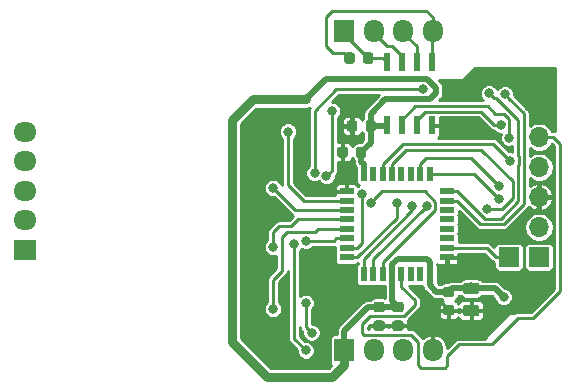
<source format=gbl>
G04 #@! TF.GenerationSoftware,KiCad,Pcbnew,(5.0.0)*
G04 #@! TF.CreationDate,2019-02-21T23:12:31-08:00*
G04 #@! TF.ProjectId,bms4_f051,626D73345F663035312E6B696361645F,rev?*
G04 #@! TF.SameCoordinates,Original*
G04 #@! TF.FileFunction,Copper,L2,Bot,Signal*
G04 #@! TF.FilePolarity,Positive*
%FSLAX46Y46*%
G04 Gerber Fmt 4.6, Leading zero omitted, Abs format (unit mm)*
G04 Created by KiCad (PCBNEW (5.0.0)) date 02/21/19 23:12:31*
%MOMM*%
%LPD*%
G01*
G04 APERTURE LIST*
G04 #@! TA.AperFunction,Conductor*
%ADD10C,0.100000*%
G04 #@! TD*
G04 #@! TA.AperFunction,SMDPad,CuDef*
%ADD11C,0.875000*%
G04 #@! TD*
G04 #@! TA.AperFunction,SMDPad,CuDef*
%ADD12C,0.975000*%
G04 #@! TD*
G04 #@! TA.AperFunction,ComponentPad*
%ADD13O,1.700000X1.950000*%
G04 #@! TD*
G04 #@! TA.AperFunction,ComponentPad*
%ADD14R,1.700000X1.950000*%
G04 #@! TD*
G04 #@! TA.AperFunction,ComponentPad*
%ADD15R,1.950000X1.700000*%
G04 #@! TD*
G04 #@! TA.AperFunction,ComponentPad*
%ADD16O,1.950000X1.700000*%
G04 #@! TD*
G04 #@! TA.AperFunction,ComponentPad*
%ADD17R,1.700000X1.700000*%
G04 #@! TD*
G04 #@! TA.AperFunction,ComponentPad*
%ADD18O,1.700000X1.700000*%
G04 #@! TD*
G04 #@! TA.AperFunction,SMDPad,CuDef*
%ADD19R,0.600000X1.550000*%
G04 #@! TD*
G04 #@! TA.AperFunction,SMDPad,CuDef*
%ADD20R,0.600000X1.200000*%
G04 #@! TD*
G04 #@! TA.AperFunction,SMDPad,CuDef*
%ADD21R,1.200000X0.600000*%
G04 #@! TD*
G04 #@! TA.AperFunction,ViaPad*
%ADD22C,0.800000*%
G04 #@! TD*
G04 #@! TA.AperFunction,Conductor*
%ADD23C,0.250000*%
G04 #@! TD*
G04 #@! TA.AperFunction,Conductor*
%ADD24C,0.500000*%
G04 #@! TD*
G04 #@! TA.AperFunction,Conductor*
%ADD25C,0.800000*%
G04 #@! TD*
G04 APERTURE END LIST*
D10*
G04 #@! TO.N,GND*
G04 #@! TO.C,C10*
G36*
X135833057Y-128468336D02*
X135854292Y-128471486D01*
X135875116Y-128476702D01*
X135895328Y-128483934D01*
X135914734Y-128493113D01*
X135933147Y-128504149D01*
X135950390Y-128516937D01*
X135966296Y-128531353D01*
X135980712Y-128547259D01*
X135993500Y-128564502D01*
X136004536Y-128582915D01*
X136013715Y-128602321D01*
X136020947Y-128622533D01*
X136026163Y-128643357D01*
X136029313Y-128664592D01*
X136030366Y-128686033D01*
X136030366Y-129123533D01*
X136029313Y-129144974D01*
X136026163Y-129166209D01*
X136020947Y-129187033D01*
X136013715Y-129207245D01*
X136004536Y-129226651D01*
X135993500Y-129245064D01*
X135980712Y-129262307D01*
X135966296Y-129278213D01*
X135950390Y-129292629D01*
X135933147Y-129305417D01*
X135914734Y-129316453D01*
X135895328Y-129325632D01*
X135875116Y-129332864D01*
X135854292Y-129338080D01*
X135833057Y-129341230D01*
X135811616Y-129342283D01*
X135299116Y-129342283D01*
X135277675Y-129341230D01*
X135256440Y-129338080D01*
X135235616Y-129332864D01*
X135215404Y-129325632D01*
X135195998Y-129316453D01*
X135177585Y-129305417D01*
X135160342Y-129292629D01*
X135144436Y-129278213D01*
X135130020Y-129262307D01*
X135117232Y-129245064D01*
X135106196Y-129226651D01*
X135097017Y-129207245D01*
X135089785Y-129187033D01*
X135084569Y-129166209D01*
X135081419Y-129144974D01*
X135080366Y-129123533D01*
X135080366Y-128686033D01*
X135081419Y-128664592D01*
X135084569Y-128643357D01*
X135089785Y-128622533D01*
X135097017Y-128602321D01*
X135106196Y-128582915D01*
X135117232Y-128564502D01*
X135130020Y-128547259D01*
X135144436Y-128531353D01*
X135160342Y-128516937D01*
X135177585Y-128504149D01*
X135195998Y-128493113D01*
X135215404Y-128483934D01*
X135235616Y-128476702D01*
X135256440Y-128471486D01*
X135277675Y-128468336D01*
X135299116Y-128467283D01*
X135811616Y-128467283D01*
X135833057Y-128468336D01*
X135833057Y-128468336D01*
G37*
D11*
G04 #@! TD*
G04 #@! TO.P,C10,2*
G04 #@! TO.N,GND*
X135555366Y-128904783D03*
D10*
G04 #@! TO.N,+3V3*
G04 #@! TO.C,C10*
G36*
X135833057Y-126893336D02*
X135854292Y-126896486D01*
X135875116Y-126901702D01*
X135895328Y-126908934D01*
X135914734Y-126918113D01*
X135933147Y-126929149D01*
X135950390Y-126941937D01*
X135966296Y-126956353D01*
X135980712Y-126972259D01*
X135993500Y-126989502D01*
X136004536Y-127007915D01*
X136013715Y-127027321D01*
X136020947Y-127047533D01*
X136026163Y-127068357D01*
X136029313Y-127089592D01*
X136030366Y-127111033D01*
X136030366Y-127548533D01*
X136029313Y-127569974D01*
X136026163Y-127591209D01*
X136020947Y-127612033D01*
X136013715Y-127632245D01*
X136004536Y-127651651D01*
X135993500Y-127670064D01*
X135980712Y-127687307D01*
X135966296Y-127703213D01*
X135950390Y-127717629D01*
X135933147Y-127730417D01*
X135914734Y-127741453D01*
X135895328Y-127750632D01*
X135875116Y-127757864D01*
X135854292Y-127763080D01*
X135833057Y-127766230D01*
X135811616Y-127767283D01*
X135299116Y-127767283D01*
X135277675Y-127766230D01*
X135256440Y-127763080D01*
X135235616Y-127757864D01*
X135215404Y-127750632D01*
X135195998Y-127741453D01*
X135177585Y-127730417D01*
X135160342Y-127717629D01*
X135144436Y-127703213D01*
X135130020Y-127687307D01*
X135117232Y-127670064D01*
X135106196Y-127651651D01*
X135097017Y-127632245D01*
X135089785Y-127612033D01*
X135084569Y-127591209D01*
X135081419Y-127569974D01*
X135080366Y-127548533D01*
X135080366Y-127111033D01*
X135081419Y-127089592D01*
X135084569Y-127068357D01*
X135089785Y-127047533D01*
X135097017Y-127027321D01*
X135106196Y-127007915D01*
X135117232Y-126989502D01*
X135130020Y-126972259D01*
X135144436Y-126956353D01*
X135160342Y-126941937D01*
X135177585Y-126929149D01*
X135195998Y-126918113D01*
X135215404Y-126908934D01*
X135235616Y-126901702D01*
X135256440Y-126896486D01*
X135277675Y-126893336D01*
X135299116Y-126892283D01*
X135811616Y-126892283D01*
X135833057Y-126893336D01*
X135833057Y-126893336D01*
G37*
D11*
G04 #@! TD*
G04 #@! TO.P,C10,1*
G04 #@! TO.N,+3V3*
X135555366Y-127329783D03*
D10*
G04 #@! TO.N,GNDA*
G04 #@! TO.C,C1*
G36*
X131702691Y-105776053D02*
X131723926Y-105779203D01*
X131744750Y-105784419D01*
X131764962Y-105791651D01*
X131784368Y-105800830D01*
X131802781Y-105811866D01*
X131820024Y-105824654D01*
X131835930Y-105839070D01*
X131850346Y-105854976D01*
X131863134Y-105872219D01*
X131874170Y-105890632D01*
X131883349Y-105910038D01*
X131890581Y-105930250D01*
X131895797Y-105951074D01*
X131898947Y-105972309D01*
X131900000Y-105993750D01*
X131900000Y-106506250D01*
X131898947Y-106527691D01*
X131895797Y-106548926D01*
X131890581Y-106569750D01*
X131883349Y-106589962D01*
X131874170Y-106609368D01*
X131863134Y-106627781D01*
X131850346Y-106645024D01*
X131835930Y-106660930D01*
X131820024Y-106675346D01*
X131802781Y-106688134D01*
X131784368Y-106699170D01*
X131764962Y-106708349D01*
X131744750Y-106715581D01*
X131723926Y-106720797D01*
X131702691Y-106723947D01*
X131681250Y-106725000D01*
X131243750Y-106725000D01*
X131222309Y-106723947D01*
X131201074Y-106720797D01*
X131180250Y-106715581D01*
X131160038Y-106708349D01*
X131140632Y-106699170D01*
X131122219Y-106688134D01*
X131104976Y-106675346D01*
X131089070Y-106660930D01*
X131074654Y-106645024D01*
X131061866Y-106627781D01*
X131050830Y-106609368D01*
X131041651Y-106589962D01*
X131034419Y-106569750D01*
X131029203Y-106548926D01*
X131026053Y-106527691D01*
X131025000Y-106506250D01*
X131025000Y-105993750D01*
X131026053Y-105972309D01*
X131029203Y-105951074D01*
X131034419Y-105930250D01*
X131041651Y-105910038D01*
X131050830Y-105890632D01*
X131061866Y-105872219D01*
X131074654Y-105854976D01*
X131089070Y-105839070D01*
X131104976Y-105824654D01*
X131122219Y-105811866D01*
X131140632Y-105800830D01*
X131160038Y-105791651D01*
X131180250Y-105784419D01*
X131201074Y-105779203D01*
X131222309Y-105776053D01*
X131243750Y-105775000D01*
X131681250Y-105775000D01*
X131702691Y-105776053D01*
X131702691Y-105776053D01*
G37*
D11*
G04 #@! TD*
G04 #@! TO.P,C1,2*
G04 #@! TO.N,GNDA*
X131462500Y-106250000D03*
D10*
G04 #@! TO.N,+3.3VA*
G04 #@! TO.C,C1*
G36*
X133277691Y-105776053D02*
X133298926Y-105779203D01*
X133319750Y-105784419D01*
X133339962Y-105791651D01*
X133359368Y-105800830D01*
X133377781Y-105811866D01*
X133395024Y-105824654D01*
X133410930Y-105839070D01*
X133425346Y-105854976D01*
X133438134Y-105872219D01*
X133449170Y-105890632D01*
X133458349Y-105910038D01*
X133465581Y-105930250D01*
X133470797Y-105951074D01*
X133473947Y-105972309D01*
X133475000Y-105993750D01*
X133475000Y-106506250D01*
X133473947Y-106527691D01*
X133470797Y-106548926D01*
X133465581Y-106569750D01*
X133458349Y-106589962D01*
X133449170Y-106609368D01*
X133438134Y-106627781D01*
X133425346Y-106645024D01*
X133410930Y-106660930D01*
X133395024Y-106675346D01*
X133377781Y-106688134D01*
X133359368Y-106699170D01*
X133339962Y-106708349D01*
X133319750Y-106715581D01*
X133298926Y-106720797D01*
X133277691Y-106723947D01*
X133256250Y-106725000D01*
X132818750Y-106725000D01*
X132797309Y-106723947D01*
X132776074Y-106720797D01*
X132755250Y-106715581D01*
X132735038Y-106708349D01*
X132715632Y-106699170D01*
X132697219Y-106688134D01*
X132679976Y-106675346D01*
X132664070Y-106660930D01*
X132649654Y-106645024D01*
X132636866Y-106627781D01*
X132625830Y-106609368D01*
X132616651Y-106589962D01*
X132609419Y-106569750D01*
X132604203Y-106548926D01*
X132601053Y-106527691D01*
X132600000Y-106506250D01*
X132600000Y-105993750D01*
X132601053Y-105972309D01*
X132604203Y-105951074D01*
X132609419Y-105930250D01*
X132616651Y-105910038D01*
X132625830Y-105890632D01*
X132636866Y-105872219D01*
X132649654Y-105854976D01*
X132664070Y-105839070D01*
X132679976Y-105824654D01*
X132697219Y-105811866D01*
X132715632Y-105800830D01*
X132735038Y-105791651D01*
X132755250Y-105784419D01*
X132776074Y-105779203D01*
X132797309Y-105776053D01*
X132818750Y-105775000D01*
X133256250Y-105775000D01*
X133277691Y-105776053D01*
X133277691Y-105776053D01*
G37*
D11*
G04 #@! TD*
G04 #@! TO.P,C1,1*
G04 #@! TO.N,+3.3VA*
X133037500Y-106250000D03*
D10*
G04 #@! TO.N,+3V3*
G04 #@! TO.C,C2*
G36*
X133490191Y-111526053D02*
X133511426Y-111529203D01*
X133532250Y-111534419D01*
X133552462Y-111541651D01*
X133571868Y-111550830D01*
X133590281Y-111561866D01*
X133607524Y-111574654D01*
X133623430Y-111589070D01*
X133637846Y-111604976D01*
X133650634Y-111622219D01*
X133661670Y-111640632D01*
X133670849Y-111660038D01*
X133678081Y-111680250D01*
X133683297Y-111701074D01*
X133686447Y-111722309D01*
X133687500Y-111743750D01*
X133687500Y-112256250D01*
X133686447Y-112277691D01*
X133683297Y-112298926D01*
X133678081Y-112319750D01*
X133670849Y-112339962D01*
X133661670Y-112359368D01*
X133650634Y-112377781D01*
X133637846Y-112395024D01*
X133623430Y-112410930D01*
X133607524Y-112425346D01*
X133590281Y-112438134D01*
X133571868Y-112449170D01*
X133552462Y-112458349D01*
X133532250Y-112465581D01*
X133511426Y-112470797D01*
X133490191Y-112473947D01*
X133468750Y-112475000D01*
X133031250Y-112475000D01*
X133009809Y-112473947D01*
X132988574Y-112470797D01*
X132967750Y-112465581D01*
X132947538Y-112458349D01*
X132928132Y-112449170D01*
X132909719Y-112438134D01*
X132892476Y-112425346D01*
X132876570Y-112410930D01*
X132862154Y-112395024D01*
X132849366Y-112377781D01*
X132838330Y-112359368D01*
X132829151Y-112339962D01*
X132821919Y-112319750D01*
X132816703Y-112298926D01*
X132813553Y-112277691D01*
X132812500Y-112256250D01*
X132812500Y-111743750D01*
X132813553Y-111722309D01*
X132816703Y-111701074D01*
X132821919Y-111680250D01*
X132829151Y-111660038D01*
X132838330Y-111640632D01*
X132849366Y-111622219D01*
X132862154Y-111604976D01*
X132876570Y-111589070D01*
X132892476Y-111574654D01*
X132909719Y-111561866D01*
X132928132Y-111550830D01*
X132947538Y-111541651D01*
X132967750Y-111534419D01*
X132988574Y-111529203D01*
X133009809Y-111526053D01*
X133031250Y-111525000D01*
X133468750Y-111525000D01*
X133490191Y-111526053D01*
X133490191Y-111526053D01*
G37*
D11*
G04 #@! TD*
G04 #@! TO.P,C2,1*
G04 #@! TO.N,+3V3*
X133250000Y-112000000D03*
D10*
G04 #@! TO.N,GND*
G04 #@! TO.C,C2*
G36*
X131915191Y-111526053D02*
X131936426Y-111529203D01*
X131957250Y-111534419D01*
X131977462Y-111541651D01*
X131996868Y-111550830D01*
X132015281Y-111561866D01*
X132032524Y-111574654D01*
X132048430Y-111589070D01*
X132062846Y-111604976D01*
X132075634Y-111622219D01*
X132086670Y-111640632D01*
X132095849Y-111660038D01*
X132103081Y-111680250D01*
X132108297Y-111701074D01*
X132111447Y-111722309D01*
X132112500Y-111743750D01*
X132112500Y-112256250D01*
X132111447Y-112277691D01*
X132108297Y-112298926D01*
X132103081Y-112319750D01*
X132095849Y-112339962D01*
X132086670Y-112359368D01*
X132075634Y-112377781D01*
X132062846Y-112395024D01*
X132048430Y-112410930D01*
X132032524Y-112425346D01*
X132015281Y-112438134D01*
X131996868Y-112449170D01*
X131977462Y-112458349D01*
X131957250Y-112465581D01*
X131936426Y-112470797D01*
X131915191Y-112473947D01*
X131893750Y-112475000D01*
X131456250Y-112475000D01*
X131434809Y-112473947D01*
X131413574Y-112470797D01*
X131392750Y-112465581D01*
X131372538Y-112458349D01*
X131353132Y-112449170D01*
X131334719Y-112438134D01*
X131317476Y-112425346D01*
X131301570Y-112410930D01*
X131287154Y-112395024D01*
X131274366Y-112377781D01*
X131263330Y-112359368D01*
X131254151Y-112339962D01*
X131246919Y-112319750D01*
X131241703Y-112298926D01*
X131238553Y-112277691D01*
X131237500Y-112256250D01*
X131237500Y-111743750D01*
X131238553Y-111722309D01*
X131241703Y-111701074D01*
X131246919Y-111680250D01*
X131254151Y-111660038D01*
X131263330Y-111640632D01*
X131274366Y-111622219D01*
X131287154Y-111604976D01*
X131301570Y-111589070D01*
X131317476Y-111574654D01*
X131334719Y-111561866D01*
X131353132Y-111550830D01*
X131372538Y-111541651D01*
X131392750Y-111534419D01*
X131413574Y-111529203D01*
X131434809Y-111526053D01*
X131456250Y-111525000D01*
X131893750Y-111525000D01*
X131915191Y-111526053D01*
X131915191Y-111526053D01*
G37*
D11*
G04 #@! TD*
G04 #@! TO.P,C2,2*
G04 #@! TO.N,GND*
X131675000Y-112000000D03*
D10*
G04 #@! TO.N,+3V3*
G04 #@! TO.C,C5*
G36*
X142235508Y-125255957D02*
X142259169Y-125259467D01*
X142282373Y-125265279D01*
X142304895Y-125273337D01*
X142326519Y-125283565D01*
X142347036Y-125295862D01*
X142366249Y-125310112D01*
X142383973Y-125326176D01*
X142400037Y-125343900D01*
X142414287Y-125363113D01*
X142426584Y-125383630D01*
X142436812Y-125405254D01*
X142444870Y-125427776D01*
X142450682Y-125450980D01*
X142454192Y-125474641D01*
X142455366Y-125498533D01*
X142455366Y-125986033D01*
X142454192Y-126009925D01*
X142450682Y-126033586D01*
X142444870Y-126056790D01*
X142436812Y-126079312D01*
X142426584Y-126100936D01*
X142414287Y-126121453D01*
X142400037Y-126140666D01*
X142383973Y-126158390D01*
X142366249Y-126174454D01*
X142347036Y-126188704D01*
X142326519Y-126201001D01*
X142304895Y-126211229D01*
X142282373Y-126219287D01*
X142259169Y-126225099D01*
X142235508Y-126228609D01*
X142211616Y-126229783D01*
X141299116Y-126229783D01*
X141275224Y-126228609D01*
X141251563Y-126225099D01*
X141228359Y-126219287D01*
X141205837Y-126211229D01*
X141184213Y-126201001D01*
X141163696Y-126188704D01*
X141144483Y-126174454D01*
X141126759Y-126158390D01*
X141110695Y-126140666D01*
X141096445Y-126121453D01*
X141084148Y-126100936D01*
X141073920Y-126079312D01*
X141065862Y-126056790D01*
X141060050Y-126033586D01*
X141056540Y-126009925D01*
X141055366Y-125986033D01*
X141055366Y-125498533D01*
X141056540Y-125474641D01*
X141060050Y-125450980D01*
X141065862Y-125427776D01*
X141073920Y-125405254D01*
X141084148Y-125383630D01*
X141096445Y-125363113D01*
X141110695Y-125343900D01*
X141126759Y-125326176D01*
X141144483Y-125310112D01*
X141163696Y-125295862D01*
X141184213Y-125283565D01*
X141205837Y-125273337D01*
X141228359Y-125265279D01*
X141251563Y-125259467D01*
X141275224Y-125255957D01*
X141299116Y-125254783D01*
X142211616Y-125254783D01*
X142235508Y-125255957D01*
X142235508Y-125255957D01*
G37*
D12*
G04 #@! TD*
G04 #@! TO.P,C5,1*
G04 #@! TO.N,+3V3*
X141755366Y-125742283D03*
D10*
G04 #@! TO.N,GND*
G04 #@! TO.C,C5*
G36*
X142235508Y-127130957D02*
X142259169Y-127134467D01*
X142282373Y-127140279D01*
X142304895Y-127148337D01*
X142326519Y-127158565D01*
X142347036Y-127170862D01*
X142366249Y-127185112D01*
X142383973Y-127201176D01*
X142400037Y-127218900D01*
X142414287Y-127238113D01*
X142426584Y-127258630D01*
X142436812Y-127280254D01*
X142444870Y-127302776D01*
X142450682Y-127325980D01*
X142454192Y-127349641D01*
X142455366Y-127373533D01*
X142455366Y-127861033D01*
X142454192Y-127884925D01*
X142450682Y-127908586D01*
X142444870Y-127931790D01*
X142436812Y-127954312D01*
X142426584Y-127975936D01*
X142414287Y-127996453D01*
X142400037Y-128015666D01*
X142383973Y-128033390D01*
X142366249Y-128049454D01*
X142347036Y-128063704D01*
X142326519Y-128076001D01*
X142304895Y-128086229D01*
X142282373Y-128094287D01*
X142259169Y-128100099D01*
X142235508Y-128103609D01*
X142211616Y-128104783D01*
X141299116Y-128104783D01*
X141275224Y-128103609D01*
X141251563Y-128100099D01*
X141228359Y-128094287D01*
X141205837Y-128086229D01*
X141184213Y-128076001D01*
X141163696Y-128063704D01*
X141144483Y-128049454D01*
X141126759Y-128033390D01*
X141110695Y-128015666D01*
X141096445Y-127996453D01*
X141084148Y-127975936D01*
X141073920Y-127954312D01*
X141065862Y-127931790D01*
X141060050Y-127908586D01*
X141056540Y-127884925D01*
X141055366Y-127861033D01*
X141055366Y-127373533D01*
X141056540Y-127349641D01*
X141060050Y-127325980D01*
X141065862Y-127302776D01*
X141073920Y-127280254D01*
X141084148Y-127258630D01*
X141096445Y-127238113D01*
X141110695Y-127218900D01*
X141126759Y-127201176D01*
X141144483Y-127185112D01*
X141163696Y-127170862D01*
X141184213Y-127158565D01*
X141205837Y-127148337D01*
X141228359Y-127140279D01*
X141251563Y-127134467D01*
X141275224Y-127130957D01*
X141299116Y-127129783D01*
X142211616Y-127129783D01*
X142235508Y-127130957D01*
X142235508Y-127130957D01*
G37*
D12*
G04 #@! TD*
G04 #@! TO.P,C5,2*
G04 #@! TO.N,GND*
X141755366Y-127617283D03*
D10*
G04 #@! TO.N,+3V3*
G04 #@! TO.C,C7*
G36*
X140133057Y-125593336D02*
X140154292Y-125596486D01*
X140175116Y-125601702D01*
X140195328Y-125608934D01*
X140214734Y-125618113D01*
X140233147Y-125629149D01*
X140250390Y-125641937D01*
X140266296Y-125656353D01*
X140280712Y-125672259D01*
X140293500Y-125689502D01*
X140304536Y-125707915D01*
X140313715Y-125727321D01*
X140320947Y-125747533D01*
X140326163Y-125768357D01*
X140329313Y-125789592D01*
X140330366Y-125811033D01*
X140330366Y-126248533D01*
X140329313Y-126269974D01*
X140326163Y-126291209D01*
X140320947Y-126312033D01*
X140313715Y-126332245D01*
X140304536Y-126351651D01*
X140293500Y-126370064D01*
X140280712Y-126387307D01*
X140266296Y-126403213D01*
X140250390Y-126417629D01*
X140233147Y-126430417D01*
X140214734Y-126441453D01*
X140195328Y-126450632D01*
X140175116Y-126457864D01*
X140154292Y-126463080D01*
X140133057Y-126466230D01*
X140111616Y-126467283D01*
X139599116Y-126467283D01*
X139577675Y-126466230D01*
X139556440Y-126463080D01*
X139535616Y-126457864D01*
X139515404Y-126450632D01*
X139495998Y-126441453D01*
X139477585Y-126430417D01*
X139460342Y-126417629D01*
X139444436Y-126403213D01*
X139430020Y-126387307D01*
X139417232Y-126370064D01*
X139406196Y-126351651D01*
X139397017Y-126332245D01*
X139389785Y-126312033D01*
X139384569Y-126291209D01*
X139381419Y-126269974D01*
X139380366Y-126248533D01*
X139380366Y-125811033D01*
X139381419Y-125789592D01*
X139384569Y-125768357D01*
X139389785Y-125747533D01*
X139397017Y-125727321D01*
X139406196Y-125707915D01*
X139417232Y-125689502D01*
X139430020Y-125672259D01*
X139444436Y-125656353D01*
X139460342Y-125641937D01*
X139477585Y-125629149D01*
X139495998Y-125618113D01*
X139515404Y-125608934D01*
X139535616Y-125601702D01*
X139556440Y-125596486D01*
X139577675Y-125593336D01*
X139599116Y-125592283D01*
X140111616Y-125592283D01*
X140133057Y-125593336D01*
X140133057Y-125593336D01*
G37*
D11*
G04 #@! TD*
G04 #@! TO.P,C7,1*
G04 #@! TO.N,+3V3*
X139855366Y-126029783D03*
D10*
G04 #@! TO.N,GND*
G04 #@! TO.C,C7*
G36*
X140133057Y-127168336D02*
X140154292Y-127171486D01*
X140175116Y-127176702D01*
X140195328Y-127183934D01*
X140214734Y-127193113D01*
X140233147Y-127204149D01*
X140250390Y-127216937D01*
X140266296Y-127231353D01*
X140280712Y-127247259D01*
X140293500Y-127264502D01*
X140304536Y-127282915D01*
X140313715Y-127302321D01*
X140320947Y-127322533D01*
X140326163Y-127343357D01*
X140329313Y-127364592D01*
X140330366Y-127386033D01*
X140330366Y-127823533D01*
X140329313Y-127844974D01*
X140326163Y-127866209D01*
X140320947Y-127887033D01*
X140313715Y-127907245D01*
X140304536Y-127926651D01*
X140293500Y-127945064D01*
X140280712Y-127962307D01*
X140266296Y-127978213D01*
X140250390Y-127992629D01*
X140233147Y-128005417D01*
X140214734Y-128016453D01*
X140195328Y-128025632D01*
X140175116Y-128032864D01*
X140154292Y-128038080D01*
X140133057Y-128041230D01*
X140111616Y-128042283D01*
X139599116Y-128042283D01*
X139577675Y-128041230D01*
X139556440Y-128038080D01*
X139535616Y-128032864D01*
X139515404Y-128025632D01*
X139495998Y-128016453D01*
X139477585Y-128005417D01*
X139460342Y-127992629D01*
X139444436Y-127978213D01*
X139430020Y-127962307D01*
X139417232Y-127945064D01*
X139406196Y-127926651D01*
X139397017Y-127907245D01*
X139389785Y-127887033D01*
X139384569Y-127866209D01*
X139381419Y-127844974D01*
X139380366Y-127823533D01*
X139380366Y-127386033D01*
X139381419Y-127364592D01*
X139384569Y-127343357D01*
X139389785Y-127322533D01*
X139397017Y-127302321D01*
X139406196Y-127282915D01*
X139417232Y-127264502D01*
X139430020Y-127247259D01*
X139444436Y-127231353D01*
X139460342Y-127216937D01*
X139477585Y-127204149D01*
X139495998Y-127193113D01*
X139515404Y-127183934D01*
X139535616Y-127176702D01*
X139556440Y-127171486D01*
X139577675Y-127168336D01*
X139599116Y-127167283D01*
X140111616Y-127167283D01*
X140133057Y-127168336D01*
X140133057Y-127168336D01*
G37*
D11*
G04 #@! TD*
G04 #@! TO.P,C7,2*
G04 #@! TO.N,GND*
X139855366Y-127604783D03*
D13*
G04 #@! TO.P,J1,4*
G04 #@! TO.N,GNDA*
X138500000Y-104000000D03*
G04 #@! TO.P,J1,3*
G04 #@! TO.N,Net-(J1-Pad3)*
X136000000Y-104000000D03*
G04 #@! TO.P,J1,2*
G04 #@! TO.N,Net-(J1-Pad2)*
X133500000Y-104000000D03*
D14*
G04 #@! TO.P,J1,1*
G04 #@! TO.N,+3.3VA*
X131000000Y-104000000D03*
G04 #@! TD*
D15*
G04 #@! TO.P,J2,1*
G04 #@! TO.N,+BATT*
X104000000Y-122500000D03*
D16*
G04 #@! TO.P,J2,2*
G04 #@! TO.N,/Batt3*
X104000000Y-120000000D03*
G04 #@! TO.P,J2,3*
G04 #@! TO.N,/Batt2*
X104000000Y-117500000D03*
G04 #@! TO.P,J2,4*
G04 #@! TO.N,/Batt1*
X104000000Y-115000000D03*
G04 #@! TO.P,J2,5*
G04 #@! TO.N,GND*
X104000000Y-112500000D03*
G04 #@! TD*
D17*
G04 #@! TO.P,J3,1*
G04 #@! TO.N,+3V3*
X147500000Y-123100000D03*
D18*
G04 #@! TO.P,J3,2*
G04 #@! TO.N,/SWCLK*
X147500000Y-120560000D03*
G04 #@! TO.P,J3,3*
G04 #@! TO.N,GND*
X147500000Y-118020000D03*
G04 #@! TO.P,J3,4*
G04 #@! TO.N,/SWDIO*
X147500000Y-115480000D03*
G04 #@! TO.P,J3,5*
G04 #@! TO.N,/Reset*
X147500000Y-112940000D03*
G04 #@! TD*
D14*
G04 #@! TO.P,J4,1*
G04 #@! TO.N,+3V3*
X131000000Y-131000000D03*
D13*
G04 #@! TO.P,J4,2*
G04 #@! TO.N,/RxDown*
X133500000Y-131000000D03*
G04 #@! TO.P,J4,3*
G04 #@! TO.N,/TxDown*
X136000000Y-131000000D03*
G04 #@! TO.P,J4,4*
G04 #@! TO.N,GND*
X138500000Y-131000000D03*
G04 #@! TD*
D19*
G04 #@! TO.P,U3,1*
G04 #@! TO.N,+3.3VA*
X134595000Y-106550000D03*
G04 #@! TO.P,U3,2*
G04 #@! TO.N,Net-(J1-Pad2)*
X135865000Y-106550000D03*
G04 #@! TO.P,U3,3*
G04 #@! TO.N,Net-(J1-Pad3)*
X137135000Y-106550000D03*
G04 #@! TO.P,U3,4*
G04 #@! TO.N,GNDA*
X138405000Y-106550000D03*
G04 #@! TO.P,U3,5*
G04 #@! TO.N,GND*
X138405000Y-111950000D03*
G04 #@! TO.P,U3,6*
G04 #@! TO.N,/RxUp*
X137135000Y-111950000D03*
G04 #@! TO.P,U3,7*
G04 #@! TO.N,/TxUp*
X135865000Y-111950000D03*
G04 #@! TO.P,U3,8*
G04 #@! TO.N,+3V3*
X134595000Y-111950000D03*
G04 #@! TD*
D10*
G04 #@! TO.N,+3V3*
G04 #@! TO.C,C11*
G36*
X134233057Y-126893336D02*
X134254292Y-126896486D01*
X134275116Y-126901702D01*
X134295328Y-126908934D01*
X134314734Y-126918113D01*
X134333147Y-126929149D01*
X134350390Y-126941937D01*
X134366296Y-126956353D01*
X134380712Y-126972259D01*
X134393500Y-126989502D01*
X134404536Y-127007915D01*
X134413715Y-127027321D01*
X134420947Y-127047533D01*
X134426163Y-127068357D01*
X134429313Y-127089592D01*
X134430366Y-127111033D01*
X134430366Y-127548533D01*
X134429313Y-127569974D01*
X134426163Y-127591209D01*
X134420947Y-127612033D01*
X134413715Y-127632245D01*
X134404536Y-127651651D01*
X134393500Y-127670064D01*
X134380712Y-127687307D01*
X134366296Y-127703213D01*
X134350390Y-127717629D01*
X134333147Y-127730417D01*
X134314734Y-127741453D01*
X134295328Y-127750632D01*
X134275116Y-127757864D01*
X134254292Y-127763080D01*
X134233057Y-127766230D01*
X134211616Y-127767283D01*
X133699116Y-127767283D01*
X133677675Y-127766230D01*
X133656440Y-127763080D01*
X133635616Y-127757864D01*
X133615404Y-127750632D01*
X133595998Y-127741453D01*
X133577585Y-127730417D01*
X133560342Y-127717629D01*
X133544436Y-127703213D01*
X133530020Y-127687307D01*
X133517232Y-127670064D01*
X133506196Y-127651651D01*
X133497017Y-127632245D01*
X133489785Y-127612033D01*
X133484569Y-127591209D01*
X133481419Y-127569974D01*
X133480366Y-127548533D01*
X133480366Y-127111033D01*
X133481419Y-127089592D01*
X133484569Y-127068357D01*
X133489785Y-127047533D01*
X133497017Y-127027321D01*
X133506196Y-127007915D01*
X133517232Y-126989502D01*
X133530020Y-126972259D01*
X133544436Y-126956353D01*
X133560342Y-126941937D01*
X133577585Y-126929149D01*
X133595998Y-126918113D01*
X133615404Y-126908934D01*
X133635616Y-126901702D01*
X133656440Y-126896486D01*
X133677675Y-126893336D01*
X133699116Y-126892283D01*
X134211616Y-126892283D01*
X134233057Y-126893336D01*
X134233057Y-126893336D01*
G37*
D11*
G04 #@! TD*
G04 #@! TO.P,C11,1*
G04 #@! TO.N,+3V3*
X133955366Y-127329783D03*
D10*
G04 #@! TO.N,GND*
G04 #@! TO.C,C11*
G36*
X134233057Y-128468336D02*
X134254292Y-128471486D01*
X134275116Y-128476702D01*
X134295328Y-128483934D01*
X134314734Y-128493113D01*
X134333147Y-128504149D01*
X134350390Y-128516937D01*
X134366296Y-128531353D01*
X134380712Y-128547259D01*
X134393500Y-128564502D01*
X134404536Y-128582915D01*
X134413715Y-128602321D01*
X134420947Y-128622533D01*
X134426163Y-128643357D01*
X134429313Y-128664592D01*
X134430366Y-128686033D01*
X134430366Y-129123533D01*
X134429313Y-129144974D01*
X134426163Y-129166209D01*
X134420947Y-129187033D01*
X134413715Y-129207245D01*
X134404536Y-129226651D01*
X134393500Y-129245064D01*
X134380712Y-129262307D01*
X134366296Y-129278213D01*
X134350390Y-129292629D01*
X134333147Y-129305417D01*
X134314734Y-129316453D01*
X134295328Y-129325632D01*
X134275116Y-129332864D01*
X134254292Y-129338080D01*
X134233057Y-129341230D01*
X134211616Y-129342283D01*
X133699116Y-129342283D01*
X133677675Y-129341230D01*
X133656440Y-129338080D01*
X133635616Y-129332864D01*
X133615404Y-129325632D01*
X133595998Y-129316453D01*
X133577585Y-129305417D01*
X133560342Y-129292629D01*
X133544436Y-129278213D01*
X133530020Y-129262307D01*
X133517232Y-129245064D01*
X133506196Y-129226651D01*
X133497017Y-129207245D01*
X133489785Y-129187033D01*
X133484569Y-129166209D01*
X133481419Y-129144974D01*
X133480366Y-129123533D01*
X133480366Y-128686033D01*
X133481419Y-128664592D01*
X133484569Y-128643357D01*
X133489785Y-128622533D01*
X133497017Y-128602321D01*
X133506196Y-128582915D01*
X133517232Y-128564502D01*
X133530020Y-128547259D01*
X133544436Y-128531353D01*
X133560342Y-128516937D01*
X133577585Y-128504149D01*
X133595998Y-128493113D01*
X133615404Y-128483934D01*
X133635616Y-128476702D01*
X133656440Y-128471486D01*
X133677675Y-128468336D01*
X133699116Y-128467283D01*
X134211616Y-128467283D01*
X134233057Y-128468336D01*
X134233057Y-128468336D01*
G37*
D11*
G04 #@! TD*
G04 #@! TO.P,C11,2*
G04 #@! TO.N,GND*
X133955366Y-128904783D03*
D10*
G04 #@! TO.N,+3V3*
G04 #@! TO.C,C12*
G36*
X132683057Y-113743336D02*
X132704292Y-113746486D01*
X132725116Y-113751702D01*
X132745328Y-113758934D01*
X132764734Y-113768113D01*
X132783147Y-113779149D01*
X132800390Y-113791937D01*
X132816296Y-113806353D01*
X132830712Y-113822259D01*
X132843500Y-113839502D01*
X132854536Y-113857915D01*
X132863715Y-113877321D01*
X132870947Y-113897533D01*
X132876163Y-113918357D01*
X132879313Y-113939592D01*
X132880366Y-113961033D01*
X132880366Y-114473533D01*
X132879313Y-114494974D01*
X132876163Y-114516209D01*
X132870947Y-114537033D01*
X132863715Y-114557245D01*
X132854536Y-114576651D01*
X132843500Y-114595064D01*
X132830712Y-114612307D01*
X132816296Y-114628213D01*
X132800390Y-114642629D01*
X132783147Y-114655417D01*
X132764734Y-114666453D01*
X132745328Y-114675632D01*
X132725116Y-114682864D01*
X132704292Y-114688080D01*
X132683057Y-114691230D01*
X132661616Y-114692283D01*
X132224116Y-114692283D01*
X132202675Y-114691230D01*
X132181440Y-114688080D01*
X132160616Y-114682864D01*
X132140404Y-114675632D01*
X132120998Y-114666453D01*
X132102585Y-114655417D01*
X132085342Y-114642629D01*
X132069436Y-114628213D01*
X132055020Y-114612307D01*
X132042232Y-114595064D01*
X132031196Y-114576651D01*
X132022017Y-114557245D01*
X132014785Y-114537033D01*
X132009569Y-114516209D01*
X132006419Y-114494974D01*
X132005366Y-114473533D01*
X132005366Y-113961033D01*
X132006419Y-113939592D01*
X132009569Y-113918357D01*
X132014785Y-113897533D01*
X132022017Y-113877321D01*
X132031196Y-113857915D01*
X132042232Y-113839502D01*
X132055020Y-113822259D01*
X132069436Y-113806353D01*
X132085342Y-113791937D01*
X132102585Y-113779149D01*
X132120998Y-113768113D01*
X132140404Y-113758934D01*
X132160616Y-113751702D01*
X132181440Y-113746486D01*
X132202675Y-113743336D01*
X132224116Y-113742283D01*
X132661616Y-113742283D01*
X132683057Y-113743336D01*
X132683057Y-113743336D01*
G37*
D11*
G04 #@! TD*
G04 #@! TO.P,C12,1*
G04 #@! TO.N,+3V3*
X132442866Y-114217283D03*
D10*
G04 #@! TO.N,GND*
G04 #@! TO.C,C12*
G36*
X131108057Y-113743336D02*
X131129292Y-113746486D01*
X131150116Y-113751702D01*
X131170328Y-113758934D01*
X131189734Y-113768113D01*
X131208147Y-113779149D01*
X131225390Y-113791937D01*
X131241296Y-113806353D01*
X131255712Y-113822259D01*
X131268500Y-113839502D01*
X131279536Y-113857915D01*
X131288715Y-113877321D01*
X131295947Y-113897533D01*
X131301163Y-113918357D01*
X131304313Y-113939592D01*
X131305366Y-113961033D01*
X131305366Y-114473533D01*
X131304313Y-114494974D01*
X131301163Y-114516209D01*
X131295947Y-114537033D01*
X131288715Y-114557245D01*
X131279536Y-114576651D01*
X131268500Y-114595064D01*
X131255712Y-114612307D01*
X131241296Y-114628213D01*
X131225390Y-114642629D01*
X131208147Y-114655417D01*
X131189734Y-114666453D01*
X131170328Y-114675632D01*
X131150116Y-114682864D01*
X131129292Y-114688080D01*
X131108057Y-114691230D01*
X131086616Y-114692283D01*
X130649116Y-114692283D01*
X130627675Y-114691230D01*
X130606440Y-114688080D01*
X130585616Y-114682864D01*
X130565404Y-114675632D01*
X130545998Y-114666453D01*
X130527585Y-114655417D01*
X130510342Y-114642629D01*
X130494436Y-114628213D01*
X130480020Y-114612307D01*
X130467232Y-114595064D01*
X130456196Y-114576651D01*
X130447017Y-114557245D01*
X130439785Y-114537033D01*
X130434569Y-114516209D01*
X130431419Y-114494974D01*
X130430366Y-114473533D01*
X130430366Y-113961033D01*
X130431419Y-113939592D01*
X130434569Y-113918357D01*
X130439785Y-113897533D01*
X130447017Y-113877321D01*
X130456196Y-113857915D01*
X130467232Y-113839502D01*
X130480020Y-113822259D01*
X130494436Y-113806353D01*
X130510342Y-113791937D01*
X130527585Y-113779149D01*
X130545998Y-113768113D01*
X130565404Y-113758934D01*
X130585616Y-113751702D01*
X130606440Y-113746486D01*
X130627675Y-113743336D01*
X130649116Y-113742283D01*
X131086616Y-113742283D01*
X131108057Y-113743336D01*
X131108057Y-113743336D01*
G37*
D11*
G04 #@! TD*
G04 #@! TO.P,C12,2*
G04 #@! TO.N,GND*
X130867866Y-114217283D03*
D20*
G04 #@! TO.P,U4,1*
G04 #@! TO.N,+3V3*
X138255366Y-124567283D03*
G04 #@! TO.P,U4,2*
G04 #@! TO.N,N/C*
X137455366Y-124567283D03*
G04 #@! TO.P,U4,3*
X136655366Y-124567283D03*
G04 #@! TO.P,U4,4*
G04 #@! TO.N,/Reset*
X135855366Y-124567283D03*
G04 #@! TO.P,U4,5*
G04 #@! TO.N,+3V3*
X135055366Y-124567283D03*
G04 #@! TO.P,U4,6*
G04 #@! TO.N,/Vsense4*
X134255366Y-124567283D03*
G04 #@! TO.P,U4,7*
G04 #@! TO.N,/Vsense3*
X133455366Y-124567283D03*
G04 #@! TO.P,U4,8*
G04 #@! TO.N,/TxUp*
X132655366Y-124567283D03*
D21*
G04 #@! TO.P,U4,9*
G04 #@! TO.N,/RxUp*
X131205366Y-123117283D03*
G04 #@! TO.P,U4,10*
G04 #@! TO.N,/Vsense2*
X131205366Y-122317283D03*
G04 #@! TO.P,U4,11*
G04 #@! TO.N,/Vsense1*
X131205366Y-121517283D03*
G04 #@! TO.P,U4,12*
G04 #@! TO.N,/Bal4*
X131205366Y-120717283D03*
G04 #@! TO.P,U4,13*
G04 #@! TO.N,/Bal3*
X131205366Y-119917283D03*
G04 #@! TO.P,U4,14*
G04 #@! TO.N,/Bal2*
X131205366Y-119117283D03*
G04 #@! TO.P,U4,15*
G04 #@! TO.N,/Bal1*
X131205366Y-118317283D03*
G04 #@! TO.P,U4,16*
G04 #@! TO.N,GND*
X131205366Y-117517283D03*
D20*
G04 #@! TO.P,U4,17*
G04 #@! TO.N,+3V3*
X132655366Y-116067283D03*
G04 #@! TO.P,U4,18*
G04 #@! TO.N,N/C*
X133455366Y-116067283D03*
G04 #@! TO.P,U4,19*
G04 #@! TO.N,/TxDown*
X134255366Y-116067283D03*
G04 #@! TO.P,U4,20*
G04 #@! TO.N,/RxDown*
X135055366Y-116067283D03*
G04 #@! TO.P,U4,21*
G04 #@! TO.N,N/C*
X135855366Y-116067283D03*
G04 #@! TO.P,U4,22*
X136655366Y-116067283D03*
G04 #@! TO.P,U4,23*
G04 #@! TO.N,/SWDIO*
X137455366Y-116067283D03*
G04 #@! TO.P,U4,24*
G04 #@! TO.N,/SWCLK*
X138255366Y-116067283D03*
D21*
G04 #@! TO.P,U4,25*
G04 #@! TO.N,/LED_R*
X139705366Y-117517283D03*
G04 #@! TO.P,U4,26*
G04 #@! TO.N,/LED_G*
X139705366Y-118317283D03*
G04 #@! TO.P,U4,27*
G04 #@! TO.N,N/C*
X139705366Y-119117283D03*
G04 #@! TO.P,U4,28*
X139705366Y-119917283D03*
G04 #@! TO.P,U4,29*
X139705366Y-120717283D03*
G04 #@! TO.P,U4,30*
X139705366Y-121517283D03*
G04 #@! TO.P,U4,31*
G04 #@! TO.N,/Boot0*
X139705366Y-122317283D03*
G04 #@! TO.P,U4,32*
G04 #@! TO.N,GND*
X139705366Y-123117283D03*
G04 #@! TD*
D17*
G04 #@! TO.P,J5,1*
G04 #@! TO.N,/Boot0*
X144960000Y-123100000D03*
G04 #@! TD*
D22*
G04 #@! TO.N,GND*
X144200000Y-127800000D03*
X129000000Y-131800000D03*
G04 #@! TO.N,+3V3*
X144500000Y-126500000D03*
X127750000Y-109750000D03*
G04 #@! TO.N,GND*
X123750000Y-117250000D03*
X124099996Y-111500000D03*
X123750000Y-122250000D03*
X123750000Y-127250000D03*
X148000000Y-109250000D03*
X142000000Y-112249994D03*
X140750000Y-109000000D03*
X124100000Y-112400000D03*
X133900000Y-126000000D03*
X145400000Y-121200000D03*
X137900000Y-127100000D03*
G04 #@! TO.N,/LED_G*
X144600542Y-109325223D03*
G04 #@! TO.N,/LED_R*
X143250000Y-109250000D03*
G04 #@! TO.N,/Batt3*
X127750000Y-127000000D03*
X128250000Y-129500000D03*
G04 #@! TO.N,/Batt2*
X127750000Y-131000000D03*
X126750004Y-122000000D03*
G04 #@! TO.N,/SWCLK*
X144100000Y-118200000D03*
G04 #@! TO.N,/SWDIO*
X144100000Y-117100000D03*
G04 #@! TO.N,/RxDown*
X143100000Y-119000000D03*
G04 #@! TO.N,/TxDown*
X145047941Y-114928532D03*
G04 #@! TO.N,/Bal4*
X125000000Y-127500000D03*
G04 #@! TO.N,/Bal3*
X125000000Y-122250000D03*
G04 #@! TO.N,/Bal2*
X125000000Y-117250000D03*
G04 #@! TO.N,/Bal1*
X126250000Y-112475010D03*
G04 #@! TO.N,/Vsense4*
X133250000Y-118500000D03*
G04 #@! TO.N,/Vsense3*
X138000000Y-118750000D03*
G04 #@! TO.N,/Vsense2*
X129975000Y-110718506D03*
X129500000Y-116250000D03*
X132500000Y-117750000D03*
G04 #@! TO.N,/Vsense1*
X127737347Y-121737347D03*
X128500000Y-116000000D03*
X137697900Y-108899996D03*
G04 #@! TO.N,/RxUp*
X135500000Y-118500000D03*
X144255992Y-111890588D03*
G04 #@! TO.N,/TxUp*
X136750000Y-118750000D03*
X145000000Y-113000000D03*
G04 #@! TD*
D23*
G04 #@! TO.N,GNDA*
X138405000Y-104095000D02*
X138500000Y-104000000D01*
X138405000Y-106550000D02*
X138405000Y-104095000D01*
X137975000Y-102250000D02*
X138500000Y-102775000D01*
X131000888Y-105788388D02*
X130038388Y-105788388D01*
X131462500Y-106250000D02*
X131000888Y-105788388D01*
X130038388Y-105788388D02*
X129500000Y-105250000D01*
X138500000Y-102775000D02*
X138500000Y-104000000D01*
X129500000Y-105250000D02*
X129500000Y-102750000D01*
X129500000Y-102750000D02*
X130000000Y-102250000D01*
X130000000Y-102250000D02*
X137975000Y-102250000D01*
G04 #@! TO.N,+3.3VA*
X131000000Y-104212500D02*
X131000000Y-104000000D01*
X133037500Y-106250000D02*
X131000000Y-104212500D01*
X134295000Y-106250000D02*
X134595000Y-106550000D01*
X133037500Y-106250000D02*
X134295000Y-106250000D01*
D24*
G04 #@! TO.N,+3V3*
X138779783Y-126029783D02*
X139855366Y-126029783D01*
X138255366Y-124867283D02*
X138250000Y-124872649D01*
X138255366Y-124567283D02*
X138255366Y-124867283D01*
X138250000Y-124872649D02*
X138250000Y-125500000D01*
X138250000Y-125500000D02*
X138779783Y-126029783D01*
X140142866Y-125742283D02*
X139855366Y-126029783D01*
X141755366Y-125742283D02*
X140142866Y-125742283D01*
X135555366Y-127329783D02*
X133955366Y-127329783D01*
X135055366Y-126829783D02*
X135555366Y-127329783D01*
X135055366Y-124567283D02*
X135055366Y-126829783D01*
X134545000Y-112000000D02*
X134595000Y-111950000D01*
X133250000Y-112000000D02*
X134545000Y-112000000D01*
X132442866Y-114217283D02*
X133250000Y-113410149D01*
X133250000Y-113410149D02*
X133250000Y-112000000D01*
X133033807Y-127329783D02*
X133955366Y-127329783D01*
X131000000Y-131000000D02*
X131000000Y-129363590D01*
X131000000Y-129363590D02*
X133033807Y-127329783D01*
X138255366Y-123505366D02*
X138255366Y-124567283D01*
X138000000Y-123250000D02*
X138255366Y-123505366D01*
X135522649Y-123250000D02*
X138000000Y-123250000D01*
X135055366Y-124567283D02*
X135055366Y-123717283D01*
X135055366Y-123717283D02*
X135522649Y-123250000D01*
X143742283Y-125742283D02*
X144500000Y-126500000D01*
X141755366Y-125742283D02*
X143742283Y-125742283D01*
D25*
X123250000Y-109750000D02*
X127750000Y-109750000D01*
X131000000Y-132250000D02*
X130000000Y-133250000D01*
X130000000Y-133250000D02*
X124500000Y-133250000D01*
X124500000Y-133250000D02*
X121500000Y-130250000D01*
X121500000Y-130250000D02*
X121500000Y-111500000D01*
X131000000Y-131000000D02*
X131000000Y-132250000D01*
X121500000Y-111500000D02*
X123250000Y-109750000D01*
D24*
X132655366Y-116067283D02*
X132655366Y-115255366D01*
X132442866Y-115042866D02*
X132442866Y-114217283D01*
X132655366Y-115255366D02*
X132442866Y-115042866D01*
X129500000Y-108000000D02*
X127750000Y-109750000D01*
X138250000Y-109750000D02*
X138750000Y-109250000D01*
X133250000Y-112000000D02*
X133250000Y-111000000D01*
X133250000Y-111000000D02*
X134500000Y-109750000D01*
X134500000Y-109750000D02*
X138250000Y-109750000D01*
X138750000Y-109250000D02*
X138750000Y-108750000D01*
X138750000Y-108750000D02*
X138000000Y-108000000D01*
X138000000Y-108000000D02*
X129500000Y-108000000D01*
D23*
G04 #@! TO.N,GND*
X135555366Y-128904783D02*
X133955366Y-128904783D01*
X141742866Y-127604783D02*
X141755366Y-127617283D01*
X139855366Y-127604783D02*
X141742866Y-127604783D01*
X130867866Y-114217283D02*
X130867866Y-116617866D01*
X131205366Y-116955366D02*
X131205366Y-117517283D01*
X130867866Y-116617866D02*
X131205366Y-116955366D01*
X135555366Y-128904783D02*
X137654783Y-128904783D01*
X138500000Y-129750000D02*
X138500000Y-131000000D01*
X137654783Y-128904783D02*
X138500000Y-129750000D01*
X139393754Y-128856246D02*
X138500000Y-129750000D01*
X147500000Y-118820998D02*
X146250000Y-120070998D01*
X147500000Y-118020000D02*
X147500000Y-118820998D01*
X146250000Y-120070998D02*
X146250000Y-125000000D01*
X131205366Y-117517283D02*
X128267283Y-117517283D01*
X128267283Y-117517283D02*
X127750000Y-117000000D01*
X127750000Y-112000000D02*
X127500000Y-111750000D01*
X138405000Y-111950000D02*
X141700006Y-111950000D01*
X141700006Y-111950000D02*
X142000000Y-112249994D01*
X146750000Y-108000000D02*
X141750000Y-108000000D01*
X148000000Y-109250000D02*
X146750000Y-108000000D01*
X141750000Y-108000000D02*
X141149999Y-108600001D01*
X141149999Y-108600001D02*
X140750000Y-109000000D01*
X146250000Y-125500000D02*
X146250000Y-125000000D01*
X142367283Y-123117283D02*
X139705366Y-123117283D01*
X146250000Y-125000000D02*
X144250000Y-125000000D01*
X144250000Y-125000000D02*
X142367283Y-123117283D01*
X145400000Y-121200000D02*
X144600000Y-121200000D01*
X138465685Y-127100000D02*
X137900000Y-127100000D01*
X139350583Y-127100000D02*
X138465685Y-127100000D01*
X139855366Y-127604783D02*
X139350583Y-127100000D01*
G04 #@! TO.N,/Reset*
X148702081Y-112940000D02*
X147500000Y-112940000D01*
X149250000Y-126000000D02*
X149250000Y-113487919D01*
X145750000Y-128250000D02*
X147000000Y-128250000D01*
X143500000Y-130500000D02*
X145750000Y-128250000D01*
X133207707Y-128092293D02*
X132500000Y-128800000D01*
X136036850Y-128092293D02*
X133207707Y-128092293D01*
X147000000Y-128250000D02*
X149250000Y-126000000D01*
X137000000Y-127129143D02*
X136036850Y-128092293D01*
X140750000Y-130500000D02*
X143500000Y-130500000D01*
X135855366Y-124567283D02*
X135855366Y-125605366D01*
X132500000Y-128800000D02*
X132500000Y-129500000D01*
X132500000Y-129500000D02*
X132699990Y-129699990D01*
X132699990Y-129699990D02*
X136699990Y-129699990D01*
X139500000Y-132500000D02*
X139750000Y-132250000D01*
X135855366Y-125605366D02*
X137000000Y-126750000D01*
X136699990Y-129699990D02*
X137250000Y-130250000D01*
X149250000Y-113487919D02*
X148702081Y-112940000D01*
X139750000Y-131500000D02*
X140750000Y-130500000D01*
X137250000Y-130250000D02*
X137250000Y-132250000D01*
X137250000Y-132250000D02*
X137500000Y-132500000D01*
X137500000Y-132500000D02*
X139500000Y-132500000D01*
X137000000Y-126750000D02*
X137000000Y-127129143D01*
X139750000Y-132250000D02*
X139750000Y-131500000D01*
G04 #@! TO.N,/LED_G*
X142538083Y-120300000D02*
X144500000Y-120300000D01*
X146222953Y-115462933D02*
X146222953Y-114394131D01*
X146200011Y-118599989D02*
X146200011Y-115485875D01*
X139705366Y-118317283D02*
X140555366Y-118317283D01*
X144500000Y-120300000D02*
X146200011Y-118599989D01*
X146200011Y-110924692D02*
X145000541Y-109725222D01*
X145000541Y-109725222D02*
X144600542Y-109325223D01*
X146200011Y-114371189D02*
X146200011Y-110924692D01*
X140555366Y-118317283D02*
X142538083Y-120300000D01*
X146200011Y-115485875D02*
X146222953Y-115462933D01*
X146222953Y-114394131D02*
X146200011Y-114371189D01*
G04 #@! TO.N,/LED_R*
X145772942Y-115276533D02*
X145772942Y-114580531D01*
X145750000Y-118350000D02*
X145750000Y-115299475D01*
X145750000Y-115299475D02*
X145772942Y-115276533D01*
X145750000Y-111500000D02*
X143899999Y-109649999D01*
X143649999Y-109649999D02*
X143250000Y-109250000D01*
X145772942Y-114580531D02*
X145750000Y-114557589D01*
X145750000Y-114557589D02*
X145750000Y-111500000D01*
X143899999Y-109649999D02*
X143649999Y-109649999D01*
X144250011Y-119849989D02*
X145750000Y-118350000D01*
X140555366Y-117517283D02*
X142888072Y-119849989D01*
X139705366Y-117517283D02*
X140555366Y-117517283D01*
X142888072Y-119849989D02*
X144250011Y-119849989D01*
G04 #@! TO.N,Net-(J1-Pad3)*
X137135000Y-105525000D02*
X137135000Y-106550000D01*
X137135000Y-105260000D02*
X137135000Y-105525000D01*
X136000000Y-104125000D02*
X137135000Y-105260000D01*
X136000000Y-104000000D02*
X136000000Y-104125000D01*
G04 #@! TO.N,Net-(J1-Pad2)*
X133500000Y-104125000D02*
X133500000Y-104000000D01*
X134600000Y-105225000D02*
X133500000Y-104125000D01*
X135015000Y-105225000D02*
X134600000Y-105225000D01*
X135865000Y-106075000D02*
X135015000Y-105225000D01*
X135865000Y-106550000D02*
X135865000Y-106075000D01*
G04 #@! TO.N,/Batt3*
X127750000Y-129000000D02*
X127850001Y-129100001D01*
X127850001Y-129100001D02*
X128250000Y-129500000D01*
X127750000Y-127000000D02*
X127750000Y-129000000D01*
G04 #@! TO.N,/Batt2*
X126750000Y-122000004D02*
X126750004Y-122000000D01*
X126750000Y-130000000D02*
X126750000Y-122000004D01*
X127750000Y-131000000D02*
X126750000Y-130000000D01*
G04 #@! TO.N,/SWCLK*
X141967283Y-116067283D02*
X143700001Y-117800001D01*
X143700001Y-117800001D02*
X144100000Y-118200000D01*
X138255366Y-116067283D02*
X141967283Y-116067283D01*
G04 #@! TO.N,/SWDIO*
X141750000Y-114750000D02*
X143700001Y-116700001D01*
X137922649Y-114750000D02*
X141750000Y-114750000D01*
X143700001Y-116700001D02*
X144100000Y-117100000D01*
X137455366Y-115217283D02*
X137922649Y-114750000D01*
X137455366Y-116067283D02*
X137455366Y-115217283D01*
G04 #@! TO.N,/RxDown*
X142613589Y-114000000D02*
X145299989Y-116686400D01*
X136272649Y-114000000D02*
X142613589Y-114000000D01*
X145299989Y-116686400D02*
X145299989Y-118065696D01*
X135055366Y-116067283D02*
X135055366Y-115217283D01*
X145299989Y-118065696D02*
X144365685Y-119000000D01*
X135055366Y-115217283D02*
X136272649Y-114000000D01*
X144365685Y-119000000D02*
X143665685Y-119000000D01*
X143665685Y-119000000D02*
X143100000Y-119000000D01*
G04 #@! TO.N,/TxDown*
X134255366Y-115217283D02*
X135972649Y-113500000D01*
X135972649Y-113500000D02*
X143619409Y-113500000D01*
X134255366Y-116067283D02*
X134255366Y-115217283D01*
X144647942Y-114528533D02*
X145047941Y-114928532D01*
X143619409Y-113500000D02*
X144647942Y-114528533D01*
G04 #@! TO.N,/Bal4*
X128782717Y-120717283D02*
X131205366Y-120717283D01*
X125000000Y-125000000D02*
X125750000Y-124250000D01*
X125000000Y-127500000D02*
X125000000Y-125000000D01*
X125750000Y-124250000D02*
X125750000Y-121426998D01*
X125750000Y-121426998D02*
X126176998Y-121000000D01*
X126176998Y-121000000D02*
X128500000Y-121000000D01*
X128500000Y-121000000D02*
X128782717Y-120717283D01*
G04 #@! TO.N,/Bal3*
X125000000Y-121000000D02*
X125000000Y-122250000D01*
X125500000Y-120500000D02*
X125000000Y-121000000D01*
X126500000Y-120500000D02*
X125500000Y-120500000D01*
X131205366Y-119917283D02*
X127082717Y-119917283D01*
X127082717Y-119917283D02*
X126500000Y-120500000D01*
G04 #@! TO.N,/Bal2*
X126867283Y-119117283D02*
X130355366Y-119117283D01*
X125000000Y-117250000D02*
X126867283Y-119117283D01*
X130355366Y-119117283D02*
X131205366Y-119117283D01*
G04 #@! TO.N,/Bal1*
X126250000Y-113040695D02*
X126250000Y-112475010D01*
X126250000Y-117000000D02*
X126250000Y-113040695D01*
X131205366Y-118317283D02*
X127567283Y-118317283D01*
X127567283Y-118317283D02*
X126250000Y-117000000D01*
G04 #@! TO.N,/Vsense4*
X133649999Y-118100001D02*
X133250000Y-118500000D01*
X134255366Y-124567283D02*
X134255366Y-123544634D01*
X138725001Y-119074999D02*
X138725001Y-118401999D01*
X138725001Y-118401999D02*
X137848000Y-117524998D01*
X134255366Y-123544634D02*
X138725001Y-119074999D01*
X137848000Y-117524998D02*
X134225002Y-117524998D01*
X134225002Y-117524998D02*
X133649999Y-118100001D01*
G04 #@! TO.N,/Vsense3*
X133455366Y-123294634D02*
X133455366Y-123717283D01*
X138000000Y-118750000D02*
X133455366Y-123294634D01*
X133455366Y-123717283D02*
X133455366Y-124567283D01*
G04 #@! TO.N,/Vsense2*
X129975000Y-110718506D02*
X129975000Y-115775000D01*
X129975000Y-115775000D02*
X129500000Y-116250000D01*
X132500000Y-117750000D02*
X132500000Y-121872649D01*
X132055366Y-122317283D02*
X131205366Y-122317283D01*
X132500000Y-121872649D02*
X132055366Y-122317283D01*
G04 #@! TO.N,/Vsense1*
X130355366Y-121517283D02*
X130122649Y-121750000D01*
X131205366Y-121517283D02*
X130355366Y-121517283D01*
X130122649Y-121750000D02*
X127750000Y-121750000D01*
X127750000Y-121750000D02*
X127737347Y-121737347D01*
X137132215Y-108899996D02*
X137697900Y-108899996D01*
X128500000Y-116000000D02*
X128500000Y-110750000D01*
X128500000Y-110750000D02*
X130350004Y-108899996D01*
X130350004Y-108899996D02*
X137132215Y-108899996D01*
G04 #@! TO.N,/RxUp*
X135500000Y-119065685D02*
X135500000Y-118500000D01*
X131205366Y-123117283D02*
X132132717Y-123117283D01*
X132132717Y-123117283D02*
X135500000Y-119750000D01*
X135500000Y-119750000D02*
X135500000Y-119065685D01*
X144359412Y-111890588D02*
X144255992Y-111890588D01*
X144500000Y-111750000D02*
X144359412Y-111890588D01*
X137834980Y-110775020D02*
X142574739Y-110775020D01*
X142574739Y-110775020D02*
X143690307Y-111890588D01*
X143690307Y-111890588D02*
X144255992Y-111890588D01*
X137135000Y-111475000D02*
X137834980Y-110775020D01*
X137135000Y-111950000D02*
X137135000Y-111475000D01*
G04 #@! TO.N,/TxUp*
X136750000Y-119136410D02*
X136750000Y-118750000D01*
X132655366Y-124567283D02*
X132655366Y-123231044D01*
X132655366Y-123231044D02*
X136750000Y-119136410D01*
X143813600Y-110950011D02*
X144563601Y-110950011D01*
X144563601Y-110950011D02*
X145000000Y-111386410D01*
X143188600Y-110325011D02*
X143813600Y-110950011D01*
X137014989Y-110325011D02*
X143188600Y-110325011D01*
X135865000Y-111475000D02*
X137014989Y-110325011D01*
X135865000Y-111950000D02*
X135865000Y-111475000D01*
X145000000Y-112434315D02*
X145000000Y-113000000D01*
X145000000Y-111386410D02*
X145000000Y-112434315D01*
G04 #@! TO.N,/Boot0*
X140555366Y-122317283D02*
X139705366Y-122317283D01*
X143077283Y-122317283D02*
X140555366Y-122317283D01*
X143860000Y-123100000D02*
X143077283Y-122317283D01*
X144960000Y-123100000D02*
X143860000Y-123100000D01*
G04 #@! TD*
G04 #@! TO.N,GND*
G36*
X132851588Y-110514530D02*
X132799401Y-110549400D01*
X132719311Y-110669264D01*
X132661263Y-110756138D01*
X132612756Y-111000000D01*
X132625001Y-111061559D01*
X132625001Y-111306156D01*
X132606211Y-111318711D01*
X132487500Y-111496375D01*
X132487500Y-111450408D01*
X132430410Y-111312579D01*
X132324920Y-111207090D01*
X132187092Y-111150000D01*
X131818750Y-111150000D01*
X131725000Y-111243750D01*
X131725000Y-111950000D01*
X131745000Y-111950000D01*
X131745000Y-112050000D01*
X131725000Y-112050000D01*
X131725000Y-112756250D01*
X131818750Y-112850000D01*
X132187092Y-112850000D01*
X132324920Y-112792910D01*
X132430410Y-112687421D01*
X132487500Y-112549592D01*
X132487500Y-112503625D01*
X132606211Y-112681289D01*
X132625001Y-112693844D01*
X132625000Y-113151266D01*
X132416329Y-113359937D01*
X132224116Y-113359937D01*
X131994087Y-113405693D01*
X131799077Y-113535994D01*
X131680366Y-113713658D01*
X131680366Y-113667691D01*
X131623276Y-113529862D01*
X131517786Y-113424373D01*
X131379958Y-113367283D01*
X131011616Y-113367283D01*
X130917866Y-113461033D01*
X130917866Y-114167283D01*
X130937866Y-114167283D01*
X130937866Y-114267283D01*
X130917866Y-114267283D01*
X130917866Y-114973533D01*
X131011616Y-115067283D01*
X131379958Y-115067283D01*
X131517786Y-115010193D01*
X131623276Y-114904704D01*
X131680366Y-114766875D01*
X131680366Y-114720908D01*
X131799077Y-114898572D01*
X131817866Y-114911126D01*
X131817866Y-114981311D01*
X131805622Y-115042866D01*
X131817866Y-115104420D01*
X131854129Y-115286728D01*
X131973422Y-115465263D01*
X131973020Y-115467283D01*
X131973020Y-116667283D01*
X132002124Y-116813600D01*
X132085007Y-116937642D01*
X132209049Y-117020525D01*
X132227213Y-117024138D01*
X132145312Y-117058063D01*
X132123276Y-117004862D01*
X132017786Y-116899373D01*
X131879958Y-116842283D01*
X131349116Y-116842283D01*
X131255366Y-116936033D01*
X131255366Y-117467283D01*
X131275366Y-117467283D01*
X131275366Y-117567283D01*
X131255366Y-117567283D01*
X131255366Y-117587283D01*
X131155366Y-117587283D01*
X131155366Y-117567283D01*
X130324116Y-117567283D01*
X130230366Y-117661033D01*
X130230366Y-117817283D01*
X127774390Y-117817283D01*
X127099798Y-117142691D01*
X130230366Y-117142691D01*
X130230366Y-117373533D01*
X130324116Y-117467283D01*
X131155366Y-117467283D01*
X131155366Y-116936033D01*
X131061616Y-116842283D01*
X130530774Y-116842283D01*
X130392946Y-116899373D01*
X130287456Y-117004862D01*
X130230366Y-117142691D01*
X127099798Y-117142691D01*
X126750000Y-116792894D01*
X126750000Y-113071025D01*
X126907013Y-112914012D01*
X127025000Y-112629167D01*
X127025000Y-112320853D01*
X126907013Y-112036008D01*
X126689002Y-111817997D01*
X126404157Y-111700010D01*
X126095843Y-111700010D01*
X125810998Y-111817997D01*
X125592987Y-112036008D01*
X125475000Y-112320853D01*
X125475000Y-112629167D01*
X125592987Y-112914012D01*
X125750000Y-113071025D01*
X125750000Y-113089937D01*
X125750001Y-113089942D01*
X125750000Y-116950759D01*
X125740205Y-117000000D01*
X125744736Y-117022781D01*
X125657013Y-116810998D01*
X125439002Y-116592987D01*
X125154157Y-116475000D01*
X124845843Y-116475000D01*
X124560998Y-116592987D01*
X124342987Y-116810998D01*
X124225000Y-117095843D01*
X124225000Y-117404157D01*
X124342987Y-117689002D01*
X124560998Y-117907013D01*
X124845843Y-118025000D01*
X125067894Y-118025000D01*
X126478908Y-119436015D01*
X126506803Y-119477763D01*
X126554743Y-119509795D01*
X126672192Y-119588272D01*
X126697806Y-119593367D01*
X126694342Y-119598551D01*
X126292894Y-120000000D01*
X125549243Y-120000000D01*
X125500000Y-119990205D01*
X125450757Y-120000000D01*
X125304910Y-120029011D01*
X125139520Y-120139520D01*
X125111626Y-120181267D01*
X124681270Y-120611624D01*
X124639520Y-120639520D01*
X124529011Y-120804911D01*
X124507635Y-120912374D01*
X124490205Y-121000000D01*
X124500000Y-121049242D01*
X124500001Y-121653984D01*
X124342987Y-121810998D01*
X124225000Y-122095843D01*
X124225000Y-122404157D01*
X124342987Y-122689002D01*
X124560998Y-122907013D01*
X124845843Y-123025000D01*
X125154157Y-123025000D01*
X125250000Y-122985300D01*
X125250000Y-124042893D01*
X124681268Y-124611626D01*
X124639521Y-124639520D01*
X124611627Y-124681267D01*
X124529012Y-124804910D01*
X124490205Y-125000000D01*
X124500001Y-125049246D01*
X124500000Y-126903985D01*
X124342987Y-127060998D01*
X124225000Y-127345843D01*
X124225000Y-127654157D01*
X124342987Y-127939002D01*
X124560998Y-128157013D01*
X124845843Y-128275000D01*
X125154157Y-128275000D01*
X125439002Y-128157013D01*
X125657013Y-127939002D01*
X125775000Y-127654157D01*
X125775000Y-127345843D01*
X125657013Y-127060998D01*
X125500000Y-126903985D01*
X125500000Y-125207106D01*
X126068733Y-124638374D01*
X126110480Y-124610480D01*
X126220989Y-124445090D01*
X126250000Y-124299243D01*
X126250000Y-124299242D01*
X126250001Y-124299239D01*
X126250000Y-129950759D01*
X126240205Y-130000000D01*
X126250000Y-130049241D01*
X126250000Y-130049242D01*
X126279011Y-130195089D01*
X126389520Y-130360480D01*
X126431270Y-130388376D01*
X126975000Y-130932107D01*
X126975000Y-131154157D01*
X127092987Y-131439002D01*
X127310998Y-131657013D01*
X127595843Y-131775000D01*
X127904157Y-131775000D01*
X128189002Y-131657013D01*
X128407013Y-131439002D01*
X128525000Y-131154157D01*
X128525000Y-130845843D01*
X128407013Y-130560998D01*
X128189002Y-130342987D01*
X127904157Y-130225000D01*
X127682107Y-130225000D01*
X127250000Y-129792894D01*
X127250000Y-129049241D01*
X127272127Y-129160479D01*
X127279012Y-129195090D01*
X127389521Y-129360480D01*
X127431269Y-129388375D01*
X127475000Y-129432106D01*
X127475000Y-129654157D01*
X127592987Y-129939002D01*
X127810998Y-130157013D01*
X128095843Y-130275000D01*
X128404157Y-130275000D01*
X128689002Y-130157013D01*
X128907013Y-129939002D01*
X129025000Y-129654157D01*
X129025000Y-129345843D01*
X128907013Y-129060998D01*
X128689002Y-128842987D01*
X128404157Y-128725000D01*
X128250000Y-128725000D01*
X128250000Y-127596015D01*
X128407013Y-127439002D01*
X128525000Y-127154157D01*
X128525000Y-126845843D01*
X128407013Y-126560998D01*
X128189002Y-126342987D01*
X127904157Y-126225000D01*
X127595843Y-126225000D01*
X127310998Y-126342987D01*
X127250000Y-126403985D01*
X127250000Y-122596019D01*
X127406754Y-122439265D01*
X127583190Y-122512347D01*
X127891504Y-122512347D01*
X128176349Y-122394360D01*
X128320709Y-122250000D01*
X130073408Y-122250000D01*
X130122649Y-122259795D01*
X130171890Y-122250000D01*
X130171892Y-122250000D01*
X130223020Y-122239830D01*
X130223020Y-122617283D01*
X130242911Y-122717283D01*
X130223020Y-122817283D01*
X130223020Y-123417283D01*
X130252124Y-123563600D01*
X130335007Y-123687642D01*
X130459049Y-123770525D01*
X130605366Y-123799629D01*
X131805366Y-123799629D01*
X131951683Y-123770525D01*
X132075725Y-123687642D01*
X132118132Y-123624177D01*
X132132717Y-123627078D01*
X132155367Y-123622573D01*
X132155367Y-123649911D01*
X132085007Y-123696924D01*
X132002124Y-123820966D01*
X131973020Y-123967283D01*
X131973020Y-125167283D01*
X132002124Y-125313600D01*
X132085007Y-125437642D01*
X132209049Y-125520525D01*
X132355366Y-125549629D01*
X132955366Y-125549629D01*
X133055366Y-125529738D01*
X133155366Y-125549629D01*
X133755366Y-125549629D01*
X133855366Y-125529738D01*
X133955366Y-125549629D01*
X134430366Y-125549629D01*
X134430367Y-126553450D01*
X134211616Y-126509937D01*
X133699116Y-126509937D01*
X133469087Y-126555693D01*
X133274077Y-126685994D01*
X133261523Y-126704783D01*
X133095360Y-126704783D01*
X133033806Y-126692539D01*
X132972252Y-126704783D01*
X132789944Y-126741046D01*
X132583207Y-126879183D01*
X132548339Y-126931367D01*
X130601588Y-128878120D01*
X130549401Y-128912990D01*
X130440509Y-129075958D01*
X130411263Y-129119728D01*
X130362756Y-129363590D01*
X130375001Y-129425150D01*
X130375001Y-129642654D01*
X130150000Y-129642654D01*
X130003683Y-129671758D01*
X129879641Y-129754641D01*
X129796758Y-129878683D01*
X129767654Y-130025000D01*
X129767654Y-131975000D01*
X129796758Y-132121317D01*
X129879641Y-132245359D01*
X129897016Y-132256969D01*
X129678985Y-132475000D01*
X124821016Y-132475000D01*
X122275000Y-129928985D01*
X122275000Y-111821015D01*
X123571016Y-110525000D01*
X127904157Y-110525000D01*
X127976059Y-110495217D01*
X128052390Y-110480034D01*
X128100538Y-110447862D01*
X128099103Y-110450011D01*
X128029012Y-110554910D01*
X127990205Y-110750000D01*
X128000001Y-110799246D01*
X128000000Y-115403985D01*
X127842987Y-115560998D01*
X127725000Y-115845843D01*
X127725000Y-116154157D01*
X127842987Y-116439002D01*
X128060998Y-116657013D01*
X128345843Y-116775000D01*
X128654157Y-116775000D01*
X128848490Y-116694505D01*
X129060998Y-116907013D01*
X129345843Y-117025000D01*
X129654157Y-117025000D01*
X129939002Y-116907013D01*
X130157013Y-116689002D01*
X130275000Y-116404157D01*
X130275000Y-116182107D01*
X130293732Y-116163375D01*
X130335480Y-116135480D01*
X130445989Y-115970090D01*
X130475000Y-115824243D01*
X130475000Y-115824242D01*
X130484795Y-115775001D01*
X130475000Y-115725760D01*
X130475000Y-115067283D01*
X130724116Y-115067283D01*
X130817866Y-114973533D01*
X130817866Y-114267283D01*
X130797866Y-114267283D01*
X130797866Y-114167283D01*
X130817866Y-114167283D01*
X130817866Y-113461033D01*
X130724116Y-113367283D01*
X130475000Y-113367283D01*
X130475000Y-112143750D01*
X130862500Y-112143750D01*
X130862500Y-112549592D01*
X130919590Y-112687421D01*
X131025080Y-112792910D01*
X131162908Y-112850000D01*
X131531250Y-112850000D01*
X131625000Y-112756250D01*
X131625000Y-112050000D01*
X130956250Y-112050000D01*
X130862500Y-112143750D01*
X130475000Y-112143750D01*
X130475000Y-111450408D01*
X130862500Y-111450408D01*
X130862500Y-111856250D01*
X130956250Y-111950000D01*
X131625000Y-111950000D01*
X131625000Y-111243750D01*
X131531250Y-111150000D01*
X131162908Y-111150000D01*
X131025080Y-111207090D01*
X130919590Y-111312579D01*
X130862500Y-111450408D01*
X130475000Y-111450408D01*
X130475000Y-111314521D01*
X130632013Y-111157508D01*
X130750000Y-110872663D01*
X130750000Y-110564349D01*
X130632013Y-110279504D01*
X130414002Y-110061493D01*
X130129157Y-109943506D01*
X130013601Y-109943506D01*
X130557111Y-109399996D01*
X133966121Y-109399996D01*
X132851588Y-110514530D01*
X132851588Y-110514530D01*
G37*
X132851588Y-110514530D02*
X132799401Y-110549400D01*
X132719311Y-110669264D01*
X132661263Y-110756138D01*
X132612756Y-111000000D01*
X132625001Y-111061559D01*
X132625001Y-111306156D01*
X132606211Y-111318711D01*
X132487500Y-111496375D01*
X132487500Y-111450408D01*
X132430410Y-111312579D01*
X132324920Y-111207090D01*
X132187092Y-111150000D01*
X131818750Y-111150000D01*
X131725000Y-111243750D01*
X131725000Y-111950000D01*
X131745000Y-111950000D01*
X131745000Y-112050000D01*
X131725000Y-112050000D01*
X131725000Y-112756250D01*
X131818750Y-112850000D01*
X132187092Y-112850000D01*
X132324920Y-112792910D01*
X132430410Y-112687421D01*
X132487500Y-112549592D01*
X132487500Y-112503625D01*
X132606211Y-112681289D01*
X132625001Y-112693844D01*
X132625000Y-113151266D01*
X132416329Y-113359937D01*
X132224116Y-113359937D01*
X131994087Y-113405693D01*
X131799077Y-113535994D01*
X131680366Y-113713658D01*
X131680366Y-113667691D01*
X131623276Y-113529862D01*
X131517786Y-113424373D01*
X131379958Y-113367283D01*
X131011616Y-113367283D01*
X130917866Y-113461033D01*
X130917866Y-114167283D01*
X130937866Y-114167283D01*
X130937866Y-114267283D01*
X130917866Y-114267283D01*
X130917866Y-114973533D01*
X131011616Y-115067283D01*
X131379958Y-115067283D01*
X131517786Y-115010193D01*
X131623276Y-114904704D01*
X131680366Y-114766875D01*
X131680366Y-114720908D01*
X131799077Y-114898572D01*
X131817866Y-114911126D01*
X131817866Y-114981311D01*
X131805622Y-115042866D01*
X131817866Y-115104420D01*
X131854129Y-115286728D01*
X131973422Y-115465263D01*
X131973020Y-115467283D01*
X131973020Y-116667283D01*
X132002124Y-116813600D01*
X132085007Y-116937642D01*
X132209049Y-117020525D01*
X132227213Y-117024138D01*
X132145312Y-117058063D01*
X132123276Y-117004862D01*
X132017786Y-116899373D01*
X131879958Y-116842283D01*
X131349116Y-116842283D01*
X131255366Y-116936033D01*
X131255366Y-117467283D01*
X131275366Y-117467283D01*
X131275366Y-117567283D01*
X131255366Y-117567283D01*
X131255366Y-117587283D01*
X131155366Y-117587283D01*
X131155366Y-117567283D01*
X130324116Y-117567283D01*
X130230366Y-117661033D01*
X130230366Y-117817283D01*
X127774390Y-117817283D01*
X127099798Y-117142691D01*
X130230366Y-117142691D01*
X130230366Y-117373533D01*
X130324116Y-117467283D01*
X131155366Y-117467283D01*
X131155366Y-116936033D01*
X131061616Y-116842283D01*
X130530774Y-116842283D01*
X130392946Y-116899373D01*
X130287456Y-117004862D01*
X130230366Y-117142691D01*
X127099798Y-117142691D01*
X126750000Y-116792894D01*
X126750000Y-113071025D01*
X126907013Y-112914012D01*
X127025000Y-112629167D01*
X127025000Y-112320853D01*
X126907013Y-112036008D01*
X126689002Y-111817997D01*
X126404157Y-111700010D01*
X126095843Y-111700010D01*
X125810998Y-111817997D01*
X125592987Y-112036008D01*
X125475000Y-112320853D01*
X125475000Y-112629167D01*
X125592987Y-112914012D01*
X125750000Y-113071025D01*
X125750000Y-113089937D01*
X125750001Y-113089942D01*
X125750000Y-116950759D01*
X125740205Y-117000000D01*
X125744736Y-117022781D01*
X125657013Y-116810998D01*
X125439002Y-116592987D01*
X125154157Y-116475000D01*
X124845843Y-116475000D01*
X124560998Y-116592987D01*
X124342987Y-116810998D01*
X124225000Y-117095843D01*
X124225000Y-117404157D01*
X124342987Y-117689002D01*
X124560998Y-117907013D01*
X124845843Y-118025000D01*
X125067894Y-118025000D01*
X126478908Y-119436015D01*
X126506803Y-119477763D01*
X126554743Y-119509795D01*
X126672192Y-119588272D01*
X126697806Y-119593367D01*
X126694342Y-119598551D01*
X126292894Y-120000000D01*
X125549243Y-120000000D01*
X125500000Y-119990205D01*
X125450757Y-120000000D01*
X125304910Y-120029011D01*
X125139520Y-120139520D01*
X125111626Y-120181267D01*
X124681270Y-120611624D01*
X124639520Y-120639520D01*
X124529011Y-120804911D01*
X124507635Y-120912374D01*
X124490205Y-121000000D01*
X124500000Y-121049242D01*
X124500001Y-121653984D01*
X124342987Y-121810998D01*
X124225000Y-122095843D01*
X124225000Y-122404157D01*
X124342987Y-122689002D01*
X124560998Y-122907013D01*
X124845843Y-123025000D01*
X125154157Y-123025000D01*
X125250000Y-122985300D01*
X125250000Y-124042893D01*
X124681268Y-124611626D01*
X124639521Y-124639520D01*
X124611627Y-124681267D01*
X124529012Y-124804910D01*
X124490205Y-125000000D01*
X124500001Y-125049246D01*
X124500000Y-126903985D01*
X124342987Y-127060998D01*
X124225000Y-127345843D01*
X124225000Y-127654157D01*
X124342987Y-127939002D01*
X124560998Y-128157013D01*
X124845843Y-128275000D01*
X125154157Y-128275000D01*
X125439002Y-128157013D01*
X125657013Y-127939002D01*
X125775000Y-127654157D01*
X125775000Y-127345843D01*
X125657013Y-127060998D01*
X125500000Y-126903985D01*
X125500000Y-125207106D01*
X126068733Y-124638374D01*
X126110480Y-124610480D01*
X126220989Y-124445090D01*
X126250000Y-124299243D01*
X126250000Y-124299242D01*
X126250001Y-124299239D01*
X126250000Y-129950759D01*
X126240205Y-130000000D01*
X126250000Y-130049241D01*
X126250000Y-130049242D01*
X126279011Y-130195089D01*
X126389520Y-130360480D01*
X126431270Y-130388376D01*
X126975000Y-130932107D01*
X126975000Y-131154157D01*
X127092987Y-131439002D01*
X127310998Y-131657013D01*
X127595843Y-131775000D01*
X127904157Y-131775000D01*
X128189002Y-131657013D01*
X128407013Y-131439002D01*
X128525000Y-131154157D01*
X128525000Y-130845843D01*
X128407013Y-130560998D01*
X128189002Y-130342987D01*
X127904157Y-130225000D01*
X127682107Y-130225000D01*
X127250000Y-129792894D01*
X127250000Y-129049241D01*
X127272127Y-129160479D01*
X127279012Y-129195090D01*
X127389521Y-129360480D01*
X127431269Y-129388375D01*
X127475000Y-129432106D01*
X127475000Y-129654157D01*
X127592987Y-129939002D01*
X127810998Y-130157013D01*
X128095843Y-130275000D01*
X128404157Y-130275000D01*
X128689002Y-130157013D01*
X128907013Y-129939002D01*
X129025000Y-129654157D01*
X129025000Y-129345843D01*
X128907013Y-129060998D01*
X128689002Y-128842987D01*
X128404157Y-128725000D01*
X128250000Y-128725000D01*
X128250000Y-127596015D01*
X128407013Y-127439002D01*
X128525000Y-127154157D01*
X128525000Y-126845843D01*
X128407013Y-126560998D01*
X128189002Y-126342987D01*
X127904157Y-126225000D01*
X127595843Y-126225000D01*
X127310998Y-126342987D01*
X127250000Y-126403985D01*
X127250000Y-122596019D01*
X127406754Y-122439265D01*
X127583190Y-122512347D01*
X127891504Y-122512347D01*
X128176349Y-122394360D01*
X128320709Y-122250000D01*
X130073408Y-122250000D01*
X130122649Y-122259795D01*
X130171890Y-122250000D01*
X130171892Y-122250000D01*
X130223020Y-122239830D01*
X130223020Y-122617283D01*
X130242911Y-122717283D01*
X130223020Y-122817283D01*
X130223020Y-123417283D01*
X130252124Y-123563600D01*
X130335007Y-123687642D01*
X130459049Y-123770525D01*
X130605366Y-123799629D01*
X131805366Y-123799629D01*
X131951683Y-123770525D01*
X132075725Y-123687642D01*
X132118132Y-123624177D01*
X132132717Y-123627078D01*
X132155367Y-123622573D01*
X132155367Y-123649911D01*
X132085007Y-123696924D01*
X132002124Y-123820966D01*
X131973020Y-123967283D01*
X131973020Y-125167283D01*
X132002124Y-125313600D01*
X132085007Y-125437642D01*
X132209049Y-125520525D01*
X132355366Y-125549629D01*
X132955366Y-125549629D01*
X133055366Y-125529738D01*
X133155366Y-125549629D01*
X133755366Y-125549629D01*
X133855366Y-125529738D01*
X133955366Y-125549629D01*
X134430366Y-125549629D01*
X134430367Y-126553450D01*
X134211616Y-126509937D01*
X133699116Y-126509937D01*
X133469087Y-126555693D01*
X133274077Y-126685994D01*
X133261523Y-126704783D01*
X133095360Y-126704783D01*
X133033806Y-126692539D01*
X132972252Y-126704783D01*
X132789944Y-126741046D01*
X132583207Y-126879183D01*
X132548339Y-126931367D01*
X130601588Y-128878120D01*
X130549401Y-128912990D01*
X130440509Y-129075958D01*
X130411263Y-129119728D01*
X130362756Y-129363590D01*
X130375001Y-129425150D01*
X130375001Y-129642654D01*
X130150000Y-129642654D01*
X130003683Y-129671758D01*
X129879641Y-129754641D01*
X129796758Y-129878683D01*
X129767654Y-130025000D01*
X129767654Y-131975000D01*
X129796758Y-132121317D01*
X129879641Y-132245359D01*
X129897016Y-132256969D01*
X129678985Y-132475000D01*
X124821016Y-132475000D01*
X122275000Y-129928985D01*
X122275000Y-111821015D01*
X123571016Y-110525000D01*
X127904157Y-110525000D01*
X127976059Y-110495217D01*
X128052390Y-110480034D01*
X128100538Y-110447862D01*
X128099103Y-110450011D01*
X128029012Y-110554910D01*
X127990205Y-110750000D01*
X128000001Y-110799246D01*
X128000000Y-115403985D01*
X127842987Y-115560998D01*
X127725000Y-115845843D01*
X127725000Y-116154157D01*
X127842987Y-116439002D01*
X128060998Y-116657013D01*
X128345843Y-116775000D01*
X128654157Y-116775000D01*
X128848490Y-116694505D01*
X129060998Y-116907013D01*
X129345843Y-117025000D01*
X129654157Y-117025000D01*
X129939002Y-116907013D01*
X130157013Y-116689002D01*
X130275000Y-116404157D01*
X130275000Y-116182107D01*
X130293732Y-116163375D01*
X130335480Y-116135480D01*
X130445989Y-115970090D01*
X130475000Y-115824243D01*
X130475000Y-115824242D01*
X130484795Y-115775001D01*
X130475000Y-115725760D01*
X130475000Y-115067283D01*
X130724116Y-115067283D01*
X130817866Y-114973533D01*
X130817866Y-114267283D01*
X130797866Y-114267283D01*
X130797866Y-114167283D01*
X130817866Y-114167283D01*
X130817866Y-113461033D01*
X130724116Y-113367283D01*
X130475000Y-113367283D01*
X130475000Y-112143750D01*
X130862500Y-112143750D01*
X130862500Y-112549592D01*
X130919590Y-112687421D01*
X131025080Y-112792910D01*
X131162908Y-112850000D01*
X131531250Y-112850000D01*
X131625000Y-112756250D01*
X131625000Y-112050000D01*
X130956250Y-112050000D01*
X130862500Y-112143750D01*
X130475000Y-112143750D01*
X130475000Y-111450408D01*
X130862500Y-111450408D01*
X130862500Y-111856250D01*
X130956250Y-111950000D01*
X131625000Y-111950000D01*
X131625000Y-111243750D01*
X131531250Y-111150000D01*
X131162908Y-111150000D01*
X131025080Y-111207090D01*
X130919590Y-111312579D01*
X130862500Y-111450408D01*
X130475000Y-111450408D01*
X130475000Y-111314521D01*
X130632013Y-111157508D01*
X130750000Y-110872663D01*
X130750000Y-110564349D01*
X130632013Y-110279504D01*
X130414002Y-110061493D01*
X130129157Y-109943506D01*
X130013601Y-109943506D01*
X130557111Y-109399996D01*
X133966121Y-109399996D01*
X132851588Y-110514530D01*
G36*
X148750001Y-113695027D02*
X148750000Y-125792894D01*
X146792894Y-127750000D01*
X145799246Y-127750000D01*
X145750000Y-127740204D01*
X145557167Y-127778562D01*
X145554910Y-127779011D01*
X145411251Y-127875000D01*
X145000000Y-127875000D01*
X144952165Y-127884515D01*
X144911612Y-127911612D01*
X142823224Y-130000000D01*
X140799246Y-130000000D01*
X140750000Y-129990204D01*
X140554910Y-130029011D01*
X140389520Y-130139520D01*
X140361626Y-130181267D01*
X139723617Y-130819277D01*
X139612618Y-130360019D01*
X139330850Y-129973439D01*
X138922593Y-129724114D01*
X138740857Y-129673912D01*
X138550000Y-129744856D01*
X138550000Y-130950000D01*
X138570000Y-130950000D01*
X138570000Y-131050000D01*
X138550000Y-131050000D01*
X138550000Y-131070000D01*
X138450000Y-131070000D01*
X138450000Y-131050000D01*
X138430000Y-131050000D01*
X138430000Y-130950000D01*
X138450000Y-130950000D01*
X138450000Y-129744856D01*
X138259143Y-129673912D01*
X138077407Y-129724114D01*
X137669150Y-129973439D01*
X137667795Y-129975298D01*
X137610480Y-129889520D01*
X137568733Y-129861626D01*
X137088366Y-129381260D01*
X137060470Y-129339510D01*
X136895080Y-129229001D01*
X136749233Y-129199990D01*
X136749231Y-129199990D01*
X136699990Y-129190195D01*
X136650749Y-129199990D01*
X136405366Y-129199990D01*
X136405366Y-129048533D01*
X136311616Y-128954783D01*
X135605366Y-128954783D01*
X135605366Y-128974783D01*
X135505366Y-128974783D01*
X135505366Y-128954783D01*
X134799116Y-128954783D01*
X134755366Y-128998533D01*
X134711616Y-128954783D01*
X134005366Y-128954783D01*
X134005366Y-128974783D01*
X133905366Y-128974783D01*
X133905366Y-128954783D01*
X133199116Y-128954783D01*
X133105366Y-129048533D01*
X133105366Y-129199990D01*
X133000000Y-129199990D01*
X133000000Y-129007106D01*
X133175720Y-128831387D01*
X133199116Y-128854783D01*
X133905366Y-128854783D01*
X133905366Y-128834783D01*
X134005366Y-128834783D01*
X134005366Y-128854783D01*
X134711616Y-128854783D01*
X134755366Y-128811033D01*
X134799116Y-128854783D01*
X135505366Y-128854783D01*
X135505366Y-128834783D01*
X135605366Y-128834783D01*
X135605366Y-128854783D01*
X136311616Y-128854783D01*
X136405366Y-128761033D01*
X136405366Y-128440746D01*
X136425226Y-128411023D01*
X137087716Y-127748533D01*
X139005366Y-127748533D01*
X139005366Y-128116875D01*
X139062456Y-128254703D01*
X139167945Y-128360193D01*
X139305774Y-128417283D01*
X139711616Y-128417283D01*
X139805366Y-128323533D01*
X139805366Y-127654783D01*
X139905366Y-127654783D01*
X139905366Y-128323533D01*
X139999116Y-128417283D01*
X140404958Y-128417283D01*
X140542787Y-128360193D01*
X140648276Y-128254703D01*
X140680366Y-128177231D01*
X140680366Y-128179375D01*
X140737456Y-128317203D01*
X140842945Y-128422693D01*
X140980774Y-128479783D01*
X141611616Y-128479783D01*
X141705366Y-128386033D01*
X141705366Y-127667283D01*
X141805366Y-127667283D01*
X141805366Y-128386033D01*
X141899116Y-128479783D01*
X142529958Y-128479783D01*
X142667787Y-128422693D01*
X142773276Y-128317203D01*
X142830366Y-128179375D01*
X142830366Y-127761033D01*
X142736616Y-127667283D01*
X141805366Y-127667283D01*
X141705366Y-127667283D01*
X140774116Y-127667283D01*
X140699116Y-127742283D01*
X140611616Y-127654783D01*
X139905366Y-127654783D01*
X139805366Y-127654783D01*
X139099116Y-127654783D01*
X139005366Y-127748533D01*
X137087716Y-127748533D01*
X137318732Y-127517518D01*
X137360480Y-127489623D01*
X137470989Y-127324233D01*
X137500000Y-127178385D01*
X137509795Y-127129143D01*
X137500000Y-127079900D01*
X137500000Y-126799243D01*
X137509795Y-126750000D01*
X137470989Y-126554909D01*
X137414915Y-126470989D01*
X137360480Y-126389520D01*
X137318733Y-126361626D01*
X136506735Y-125549629D01*
X136955366Y-125549629D01*
X137055366Y-125529738D01*
X137155366Y-125549629D01*
X137622628Y-125549629D01*
X137625000Y-125561555D01*
X137661263Y-125743863D01*
X137799401Y-125950600D01*
X137851588Y-125985470D01*
X138294312Y-126428195D01*
X138329183Y-126480383D01*
X138535920Y-126618520D01*
X138718228Y-126654783D01*
X138779782Y-126667027D01*
X138841336Y-126654783D01*
X139161523Y-126654783D01*
X139174077Y-126673572D01*
X139351741Y-126792283D01*
X139305774Y-126792283D01*
X139167945Y-126849373D01*
X139062456Y-126954863D01*
X139005366Y-127092691D01*
X139005366Y-127461033D01*
X139099116Y-127554783D01*
X139805366Y-127554783D01*
X139805366Y-127534783D01*
X139905366Y-127534783D01*
X139905366Y-127554783D01*
X140611616Y-127554783D01*
X140686616Y-127479783D01*
X140774116Y-127567283D01*
X141705366Y-127567283D01*
X141705366Y-126848533D01*
X141805366Y-126848533D01*
X141805366Y-127567283D01*
X142736616Y-127567283D01*
X142830366Y-127473533D01*
X142830366Y-127055191D01*
X142773276Y-126917363D01*
X142667787Y-126811873D01*
X142529958Y-126754783D01*
X141899116Y-126754783D01*
X141805366Y-126848533D01*
X141705366Y-126848533D01*
X141611616Y-126754783D01*
X140980774Y-126754783D01*
X140842945Y-126811873D01*
X140737456Y-126917363D01*
X140685100Y-127043763D01*
X140648276Y-126954863D01*
X140542787Y-126849373D01*
X140404958Y-126792283D01*
X140358991Y-126792283D01*
X140536655Y-126673572D01*
X140666956Y-126478562D01*
X140689091Y-126367283D01*
X140815328Y-126367283D01*
X140856399Y-126428750D01*
X141059519Y-126564470D01*
X141299116Y-126612129D01*
X142211616Y-126612129D01*
X142451213Y-126564470D01*
X142654333Y-126428750D01*
X142695404Y-126367283D01*
X143483401Y-126367283D01*
X143725000Y-126608883D01*
X143725000Y-126654157D01*
X143842987Y-126939002D01*
X144060998Y-127157013D01*
X144345843Y-127275000D01*
X144654157Y-127275000D01*
X144939002Y-127157013D01*
X145157013Y-126939002D01*
X145275000Y-126654157D01*
X145275000Y-126345843D01*
X145157013Y-126060998D01*
X144939002Y-125842987D01*
X144654157Y-125725000D01*
X144608883Y-125725000D01*
X144227755Y-125343873D01*
X144192883Y-125291683D01*
X143986146Y-125153546D01*
X143803838Y-125117283D01*
X143742283Y-125105039D01*
X143680728Y-125117283D01*
X142695404Y-125117283D01*
X142654333Y-125055816D01*
X142451213Y-124920096D01*
X142211616Y-124872437D01*
X141299116Y-124872437D01*
X141059519Y-124920096D01*
X140856399Y-125055816D01*
X140815328Y-125117283D01*
X140204419Y-125117283D01*
X140142865Y-125105039D01*
X140081311Y-125117283D01*
X139899003Y-125153546D01*
X139814608Y-125209937D01*
X139599116Y-125209937D01*
X139369087Y-125255693D01*
X139174077Y-125385994D01*
X139161523Y-125404783D01*
X139038666Y-125404783D01*
X138915058Y-125281175D01*
X138937712Y-125167283D01*
X138937712Y-123967283D01*
X138908608Y-123820966D01*
X138880366Y-123778699D01*
X138880366Y-123722613D01*
X138892946Y-123735193D01*
X139030774Y-123792283D01*
X139561616Y-123792283D01*
X139655366Y-123698533D01*
X139655366Y-123167283D01*
X139755366Y-123167283D01*
X139755366Y-123698533D01*
X139849116Y-123792283D01*
X140379958Y-123792283D01*
X140517786Y-123735193D01*
X140623276Y-123629704D01*
X140680366Y-123491875D01*
X140680366Y-123261033D01*
X140586616Y-123167283D01*
X139755366Y-123167283D01*
X139655366Y-123167283D01*
X139635366Y-123167283D01*
X139635366Y-123067283D01*
X139655366Y-123067283D01*
X139655366Y-123047283D01*
X139755366Y-123047283D01*
X139755366Y-123067283D01*
X140586616Y-123067283D01*
X140680366Y-122973533D01*
X140680366Y-122817283D01*
X142870177Y-122817283D01*
X143471625Y-123418732D01*
X143499520Y-123460480D01*
X143664910Y-123570989D01*
X143727654Y-123583470D01*
X143727654Y-123950000D01*
X143756758Y-124096317D01*
X143839641Y-124220359D01*
X143963683Y-124303242D01*
X144110000Y-124332346D01*
X145810000Y-124332346D01*
X145956317Y-124303242D01*
X146080359Y-124220359D01*
X146163242Y-124096317D01*
X146192346Y-123950000D01*
X146192346Y-122250000D01*
X146267654Y-122250000D01*
X146267654Y-123950000D01*
X146296758Y-124096317D01*
X146379641Y-124220359D01*
X146503683Y-124303242D01*
X146650000Y-124332346D01*
X148350000Y-124332346D01*
X148496317Y-124303242D01*
X148620359Y-124220359D01*
X148703242Y-124096317D01*
X148732346Y-123950000D01*
X148732346Y-122250000D01*
X148703242Y-122103683D01*
X148620359Y-121979641D01*
X148496317Y-121896758D01*
X148350000Y-121867654D01*
X146650000Y-121867654D01*
X146503683Y-121896758D01*
X146379641Y-121979641D01*
X146296758Y-122103683D01*
X146267654Y-122250000D01*
X146192346Y-122250000D01*
X146163242Y-122103683D01*
X146080359Y-121979641D01*
X145956317Y-121896758D01*
X145810000Y-121867654D01*
X144110000Y-121867654D01*
X143963683Y-121896758D01*
X143839641Y-121979641D01*
X143756758Y-122103683D01*
X143727654Y-122250000D01*
X143727654Y-122260548D01*
X143465659Y-121998553D01*
X143437763Y-121956803D01*
X143272373Y-121846294D01*
X143126526Y-121817283D01*
X143126524Y-121817283D01*
X143077283Y-121807488D01*
X143028042Y-121817283D01*
X140687712Y-121817283D01*
X140687712Y-121217283D01*
X140667821Y-121117283D01*
X140687712Y-121017283D01*
X140687712Y-120417283D01*
X140667821Y-120317283D01*
X140687712Y-120217283D01*
X140687712Y-119617283D01*
X140667821Y-119517283D01*
X140687712Y-119417283D01*
X140687712Y-119156735D01*
X142149708Y-120618732D01*
X142177603Y-120660480D01*
X142342993Y-120770989D01*
X142488840Y-120800000D01*
X142488841Y-120800000D01*
X142538082Y-120809795D01*
X142587323Y-120800000D01*
X144450759Y-120800000D01*
X144500000Y-120809795D01*
X144549241Y-120800000D01*
X144549243Y-120800000D01*
X144695090Y-120770989D01*
X144860480Y-120660480D01*
X144888376Y-120618730D01*
X144947106Y-120560000D01*
X146251001Y-120560000D01*
X146346075Y-121037971D01*
X146616824Y-121443176D01*
X147022029Y-121713925D01*
X147379348Y-121785000D01*
X147620652Y-121785000D01*
X147977971Y-121713925D01*
X148383176Y-121443176D01*
X148653925Y-121037971D01*
X148748999Y-120560000D01*
X148653925Y-120082029D01*
X148383176Y-119676824D01*
X147977971Y-119406075D01*
X147620652Y-119335000D01*
X147379348Y-119335000D01*
X147022029Y-119406075D01*
X146616824Y-119676824D01*
X146346075Y-120082029D01*
X146251001Y-120560000D01*
X144947106Y-120560000D01*
X146518744Y-118988363D01*
X146560491Y-118960469D01*
X146632949Y-118852027D01*
X146817838Y-119037493D01*
X147259142Y-119221093D01*
X147450000Y-119150234D01*
X147450000Y-118070000D01*
X147550000Y-118070000D01*
X147550000Y-119150234D01*
X147740858Y-119221093D01*
X148182162Y-119037493D01*
X148519613Y-118698989D01*
X148701088Y-118260857D01*
X148630144Y-118070000D01*
X147550000Y-118070000D01*
X147450000Y-118070000D01*
X147430000Y-118070000D01*
X147430000Y-117970000D01*
X147450000Y-117970000D01*
X147450000Y-116889766D01*
X147550000Y-116889766D01*
X147550000Y-117970000D01*
X148630144Y-117970000D01*
X148701088Y-117779143D01*
X148519613Y-117341011D01*
X148182162Y-117002507D01*
X147740858Y-116818907D01*
X147550000Y-116889766D01*
X147450000Y-116889766D01*
X147259142Y-116818907D01*
X146817838Y-117002507D01*
X146700011Y-117120702D01*
X146700011Y-116418760D01*
X147022029Y-116633925D01*
X147379348Y-116705000D01*
X147620652Y-116705000D01*
X147977971Y-116633925D01*
X148383176Y-116363176D01*
X148653925Y-115957971D01*
X148748999Y-115480000D01*
X148653925Y-115002029D01*
X148383176Y-114596824D01*
X147977971Y-114326075D01*
X147620652Y-114255000D01*
X147379348Y-114255000D01*
X147022029Y-114326075D01*
X146722953Y-114525911D01*
X146722953Y-114443374D01*
X146732748Y-114394131D01*
X146719211Y-114326075D01*
X146700011Y-114229552D01*
X146700011Y-113878760D01*
X147022029Y-114093925D01*
X147379348Y-114165000D01*
X147620652Y-114165000D01*
X147977971Y-114093925D01*
X148383176Y-113823176D01*
X148581435Y-113526460D01*
X148750001Y-113695027D01*
X148750001Y-113695027D01*
G37*
X148750001Y-113695027D02*
X148750000Y-125792894D01*
X146792894Y-127750000D01*
X145799246Y-127750000D01*
X145750000Y-127740204D01*
X145557167Y-127778562D01*
X145554910Y-127779011D01*
X145411251Y-127875000D01*
X145000000Y-127875000D01*
X144952165Y-127884515D01*
X144911612Y-127911612D01*
X142823224Y-130000000D01*
X140799246Y-130000000D01*
X140750000Y-129990204D01*
X140554910Y-130029011D01*
X140389520Y-130139520D01*
X140361626Y-130181267D01*
X139723617Y-130819277D01*
X139612618Y-130360019D01*
X139330850Y-129973439D01*
X138922593Y-129724114D01*
X138740857Y-129673912D01*
X138550000Y-129744856D01*
X138550000Y-130950000D01*
X138570000Y-130950000D01*
X138570000Y-131050000D01*
X138550000Y-131050000D01*
X138550000Y-131070000D01*
X138450000Y-131070000D01*
X138450000Y-131050000D01*
X138430000Y-131050000D01*
X138430000Y-130950000D01*
X138450000Y-130950000D01*
X138450000Y-129744856D01*
X138259143Y-129673912D01*
X138077407Y-129724114D01*
X137669150Y-129973439D01*
X137667795Y-129975298D01*
X137610480Y-129889520D01*
X137568733Y-129861626D01*
X137088366Y-129381260D01*
X137060470Y-129339510D01*
X136895080Y-129229001D01*
X136749233Y-129199990D01*
X136749231Y-129199990D01*
X136699990Y-129190195D01*
X136650749Y-129199990D01*
X136405366Y-129199990D01*
X136405366Y-129048533D01*
X136311616Y-128954783D01*
X135605366Y-128954783D01*
X135605366Y-128974783D01*
X135505366Y-128974783D01*
X135505366Y-128954783D01*
X134799116Y-128954783D01*
X134755366Y-128998533D01*
X134711616Y-128954783D01*
X134005366Y-128954783D01*
X134005366Y-128974783D01*
X133905366Y-128974783D01*
X133905366Y-128954783D01*
X133199116Y-128954783D01*
X133105366Y-129048533D01*
X133105366Y-129199990D01*
X133000000Y-129199990D01*
X133000000Y-129007106D01*
X133175720Y-128831387D01*
X133199116Y-128854783D01*
X133905366Y-128854783D01*
X133905366Y-128834783D01*
X134005366Y-128834783D01*
X134005366Y-128854783D01*
X134711616Y-128854783D01*
X134755366Y-128811033D01*
X134799116Y-128854783D01*
X135505366Y-128854783D01*
X135505366Y-128834783D01*
X135605366Y-128834783D01*
X135605366Y-128854783D01*
X136311616Y-128854783D01*
X136405366Y-128761033D01*
X136405366Y-128440746D01*
X136425226Y-128411023D01*
X137087716Y-127748533D01*
X139005366Y-127748533D01*
X139005366Y-128116875D01*
X139062456Y-128254703D01*
X139167945Y-128360193D01*
X139305774Y-128417283D01*
X139711616Y-128417283D01*
X139805366Y-128323533D01*
X139805366Y-127654783D01*
X139905366Y-127654783D01*
X139905366Y-128323533D01*
X139999116Y-128417283D01*
X140404958Y-128417283D01*
X140542787Y-128360193D01*
X140648276Y-128254703D01*
X140680366Y-128177231D01*
X140680366Y-128179375D01*
X140737456Y-128317203D01*
X140842945Y-128422693D01*
X140980774Y-128479783D01*
X141611616Y-128479783D01*
X141705366Y-128386033D01*
X141705366Y-127667283D01*
X141805366Y-127667283D01*
X141805366Y-128386033D01*
X141899116Y-128479783D01*
X142529958Y-128479783D01*
X142667787Y-128422693D01*
X142773276Y-128317203D01*
X142830366Y-128179375D01*
X142830366Y-127761033D01*
X142736616Y-127667283D01*
X141805366Y-127667283D01*
X141705366Y-127667283D01*
X140774116Y-127667283D01*
X140699116Y-127742283D01*
X140611616Y-127654783D01*
X139905366Y-127654783D01*
X139805366Y-127654783D01*
X139099116Y-127654783D01*
X139005366Y-127748533D01*
X137087716Y-127748533D01*
X137318732Y-127517518D01*
X137360480Y-127489623D01*
X137470989Y-127324233D01*
X137500000Y-127178385D01*
X137509795Y-127129143D01*
X137500000Y-127079900D01*
X137500000Y-126799243D01*
X137509795Y-126750000D01*
X137470989Y-126554909D01*
X137414915Y-126470989D01*
X137360480Y-126389520D01*
X137318733Y-126361626D01*
X136506735Y-125549629D01*
X136955366Y-125549629D01*
X137055366Y-125529738D01*
X137155366Y-125549629D01*
X137622628Y-125549629D01*
X137625000Y-125561555D01*
X137661263Y-125743863D01*
X137799401Y-125950600D01*
X137851588Y-125985470D01*
X138294312Y-126428195D01*
X138329183Y-126480383D01*
X138535920Y-126618520D01*
X138718228Y-126654783D01*
X138779782Y-126667027D01*
X138841336Y-126654783D01*
X139161523Y-126654783D01*
X139174077Y-126673572D01*
X139351741Y-126792283D01*
X139305774Y-126792283D01*
X139167945Y-126849373D01*
X139062456Y-126954863D01*
X139005366Y-127092691D01*
X139005366Y-127461033D01*
X139099116Y-127554783D01*
X139805366Y-127554783D01*
X139805366Y-127534783D01*
X139905366Y-127534783D01*
X139905366Y-127554783D01*
X140611616Y-127554783D01*
X140686616Y-127479783D01*
X140774116Y-127567283D01*
X141705366Y-127567283D01*
X141705366Y-126848533D01*
X141805366Y-126848533D01*
X141805366Y-127567283D01*
X142736616Y-127567283D01*
X142830366Y-127473533D01*
X142830366Y-127055191D01*
X142773276Y-126917363D01*
X142667787Y-126811873D01*
X142529958Y-126754783D01*
X141899116Y-126754783D01*
X141805366Y-126848533D01*
X141705366Y-126848533D01*
X141611616Y-126754783D01*
X140980774Y-126754783D01*
X140842945Y-126811873D01*
X140737456Y-126917363D01*
X140685100Y-127043763D01*
X140648276Y-126954863D01*
X140542787Y-126849373D01*
X140404958Y-126792283D01*
X140358991Y-126792283D01*
X140536655Y-126673572D01*
X140666956Y-126478562D01*
X140689091Y-126367283D01*
X140815328Y-126367283D01*
X140856399Y-126428750D01*
X141059519Y-126564470D01*
X141299116Y-126612129D01*
X142211616Y-126612129D01*
X142451213Y-126564470D01*
X142654333Y-126428750D01*
X142695404Y-126367283D01*
X143483401Y-126367283D01*
X143725000Y-126608883D01*
X143725000Y-126654157D01*
X143842987Y-126939002D01*
X144060998Y-127157013D01*
X144345843Y-127275000D01*
X144654157Y-127275000D01*
X144939002Y-127157013D01*
X145157013Y-126939002D01*
X145275000Y-126654157D01*
X145275000Y-126345843D01*
X145157013Y-126060998D01*
X144939002Y-125842987D01*
X144654157Y-125725000D01*
X144608883Y-125725000D01*
X144227755Y-125343873D01*
X144192883Y-125291683D01*
X143986146Y-125153546D01*
X143803838Y-125117283D01*
X143742283Y-125105039D01*
X143680728Y-125117283D01*
X142695404Y-125117283D01*
X142654333Y-125055816D01*
X142451213Y-124920096D01*
X142211616Y-124872437D01*
X141299116Y-124872437D01*
X141059519Y-124920096D01*
X140856399Y-125055816D01*
X140815328Y-125117283D01*
X140204419Y-125117283D01*
X140142865Y-125105039D01*
X140081311Y-125117283D01*
X139899003Y-125153546D01*
X139814608Y-125209937D01*
X139599116Y-125209937D01*
X139369087Y-125255693D01*
X139174077Y-125385994D01*
X139161523Y-125404783D01*
X139038666Y-125404783D01*
X138915058Y-125281175D01*
X138937712Y-125167283D01*
X138937712Y-123967283D01*
X138908608Y-123820966D01*
X138880366Y-123778699D01*
X138880366Y-123722613D01*
X138892946Y-123735193D01*
X139030774Y-123792283D01*
X139561616Y-123792283D01*
X139655366Y-123698533D01*
X139655366Y-123167283D01*
X139755366Y-123167283D01*
X139755366Y-123698533D01*
X139849116Y-123792283D01*
X140379958Y-123792283D01*
X140517786Y-123735193D01*
X140623276Y-123629704D01*
X140680366Y-123491875D01*
X140680366Y-123261033D01*
X140586616Y-123167283D01*
X139755366Y-123167283D01*
X139655366Y-123167283D01*
X139635366Y-123167283D01*
X139635366Y-123067283D01*
X139655366Y-123067283D01*
X139655366Y-123047283D01*
X139755366Y-123047283D01*
X139755366Y-123067283D01*
X140586616Y-123067283D01*
X140680366Y-122973533D01*
X140680366Y-122817283D01*
X142870177Y-122817283D01*
X143471625Y-123418732D01*
X143499520Y-123460480D01*
X143664910Y-123570989D01*
X143727654Y-123583470D01*
X143727654Y-123950000D01*
X143756758Y-124096317D01*
X143839641Y-124220359D01*
X143963683Y-124303242D01*
X144110000Y-124332346D01*
X145810000Y-124332346D01*
X145956317Y-124303242D01*
X146080359Y-124220359D01*
X146163242Y-124096317D01*
X146192346Y-123950000D01*
X146192346Y-122250000D01*
X146267654Y-122250000D01*
X146267654Y-123950000D01*
X146296758Y-124096317D01*
X146379641Y-124220359D01*
X146503683Y-124303242D01*
X146650000Y-124332346D01*
X148350000Y-124332346D01*
X148496317Y-124303242D01*
X148620359Y-124220359D01*
X148703242Y-124096317D01*
X148732346Y-123950000D01*
X148732346Y-122250000D01*
X148703242Y-122103683D01*
X148620359Y-121979641D01*
X148496317Y-121896758D01*
X148350000Y-121867654D01*
X146650000Y-121867654D01*
X146503683Y-121896758D01*
X146379641Y-121979641D01*
X146296758Y-122103683D01*
X146267654Y-122250000D01*
X146192346Y-122250000D01*
X146163242Y-122103683D01*
X146080359Y-121979641D01*
X145956317Y-121896758D01*
X145810000Y-121867654D01*
X144110000Y-121867654D01*
X143963683Y-121896758D01*
X143839641Y-121979641D01*
X143756758Y-122103683D01*
X143727654Y-122250000D01*
X143727654Y-122260548D01*
X143465659Y-121998553D01*
X143437763Y-121956803D01*
X143272373Y-121846294D01*
X143126526Y-121817283D01*
X143126524Y-121817283D01*
X143077283Y-121807488D01*
X143028042Y-121817283D01*
X140687712Y-121817283D01*
X140687712Y-121217283D01*
X140667821Y-121117283D01*
X140687712Y-121017283D01*
X140687712Y-120417283D01*
X140667821Y-120317283D01*
X140687712Y-120217283D01*
X140687712Y-119617283D01*
X140667821Y-119517283D01*
X140687712Y-119417283D01*
X140687712Y-119156735D01*
X142149708Y-120618732D01*
X142177603Y-120660480D01*
X142342993Y-120770989D01*
X142488840Y-120800000D01*
X142488841Y-120800000D01*
X142538082Y-120809795D01*
X142587323Y-120800000D01*
X144450759Y-120800000D01*
X144500000Y-120809795D01*
X144549241Y-120800000D01*
X144549243Y-120800000D01*
X144695090Y-120770989D01*
X144860480Y-120660480D01*
X144888376Y-120618730D01*
X144947106Y-120560000D01*
X146251001Y-120560000D01*
X146346075Y-121037971D01*
X146616824Y-121443176D01*
X147022029Y-121713925D01*
X147379348Y-121785000D01*
X147620652Y-121785000D01*
X147977971Y-121713925D01*
X148383176Y-121443176D01*
X148653925Y-121037971D01*
X148748999Y-120560000D01*
X148653925Y-120082029D01*
X148383176Y-119676824D01*
X147977971Y-119406075D01*
X147620652Y-119335000D01*
X147379348Y-119335000D01*
X147022029Y-119406075D01*
X146616824Y-119676824D01*
X146346075Y-120082029D01*
X146251001Y-120560000D01*
X144947106Y-120560000D01*
X146518744Y-118988363D01*
X146560491Y-118960469D01*
X146632949Y-118852027D01*
X146817838Y-119037493D01*
X147259142Y-119221093D01*
X147450000Y-119150234D01*
X147450000Y-118070000D01*
X147550000Y-118070000D01*
X147550000Y-119150234D01*
X147740858Y-119221093D01*
X148182162Y-119037493D01*
X148519613Y-118698989D01*
X148701088Y-118260857D01*
X148630144Y-118070000D01*
X147550000Y-118070000D01*
X147450000Y-118070000D01*
X147430000Y-118070000D01*
X147430000Y-117970000D01*
X147450000Y-117970000D01*
X147450000Y-116889766D01*
X147550000Y-116889766D01*
X147550000Y-117970000D01*
X148630144Y-117970000D01*
X148701088Y-117779143D01*
X148519613Y-117341011D01*
X148182162Y-117002507D01*
X147740858Y-116818907D01*
X147550000Y-116889766D01*
X147450000Y-116889766D01*
X147259142Y-116818907D01*
X146817838Y-117002507D01*
X146700011Y-117120702D01*
X146700011Y-116418760D01*
X147022029Y-116633925D01*
X147379348Y-116705000D01*
X147620652Y-116705000D01*
X147977971Y-116633925D01*
X148383176Y-116363176D01*
X148653925Y-115957971D01*
X148748999Y-115480000D01*
X148653925Y-115002029D01*
X148383176Y-114596824D01*
X147977971Y-114326075D01*
X147620652Y-114255000D01*
X147379348Y-114255000D01*
X147022029Y-114326075D01*
X146722953Y-114525911D01*
X146722953Y-114443374D01*
X146732748Y-114394131D01*
X146719211Y-114326075D01*
X146700011Y-114229552D01*
X146700011Y-113878760D01*
X147022029Y-114093925D01*
X147379348Y-114165000D01*
X147620652Y-114165000D01*
X147977971Y-114093925D01*
X148383176Y-113823176D01*
X148581435Y-113526460D01*
X148750001Y-113695027D01*
G36*
X143301932Y-112209320D02*
X143329827Y-112251068D01*
X143495217Y-112361577D01*
X143641064Y-112390588D01*
X143641065Y-112390588D01*
X143664673Y-112395284D01*
X143816990Y-112547601D01*
X144101835Y-112665588D01*
X144299664Y-112665588D01*
X144225000Y-112845843D01*
X144225000Y-113154157D01*
X144342987Y-113439002D01*
X144560998Y-113657013D01*
X144845843Y-113775000D01*
X145154157Y-113775000D01*
X145250000Y-113735300D01*
X145250000Y-114173374D01*
X145202098Y-114153532D01*
X144980048Y-114153532D01*
X144007785Y-113181270D01*
X143979889Y-113139520D01*
X143814499Y-113029011D01*
X143668652Y-113000000D01*
X143668650Y-113000000D01*
X143619409Y-112990205D01*
X143570168Y-113000000D01*
X138960331Y-113000000D01*
X139022910Y-112937420D01*
X139080000Y-112799592D01*
X139080000Y-112093750D01*
X138986250Y-112000000D01*
X138455000Y-112000000D01*
X138455000Y-112020000D01*
X138355000Y-112020000D01*
X138355000Y-112000000D01*
X138335000Y-112000000D01*
X138335000Y-111900000D01*
X138355000Y-111900000D01*
X138355000Y-111880000D01*
X138455000Y-111880000D01*
X138455000Y-111900000D01*
X138986250Y-111900000D01*
X139080000Y-111806250D01*
X139080000Y-111275020D01*
X142367633Y-111275020D01*
X143301932Y-112209320D01*
X143301932Y-112209320D01*
G37*
X143301932Y-112209320D02*
X143329827Y-112251068D01*
X143495217Y-112361577D01*
X143641064Y-112390588D01*
X143641065Y-112390588D01*
X143664673Y-112395284D01*
X143816990Y-112547601D01*
X144101835Y-112665588D01*
X144299664Y-112665588D01*
X144225000Y-112845843D01*
X144225000Y-113154157D01*
X144342987Y-113439002D01*
X144560998Y-113657013D01*
X144845843Y-113775000D01*
X145154157Y-113775000D01*
X145250000Y-113735300D01*
X145250000Y-114173374D01*
X145202098Y-114153532D01*
X144980048Y-114153532D01*
X144007785Y-113181270D01*
X143979889Y-113139520D01*
X143814499Y-113029011D01*
X143668652Y-113000000D01*
X143668650Y-113000000D01*
X143619409Y-112990205D01*
X143570168Y-113000000D01*
X138960331Y-113000000D01*
X139022910Y-112937420D01*
X139080000Y-112799592D01*
X139080000Y-112093750D01*
X138986250Y-112000000D01*
X138455000Y-112000000D01*
X138455000Y-112020000D01*
X138355000Y-112020000D01*
X138355000Y-112000000D01*
X138335000Y-112000000D01*
X138335000Y-111900000D01*
X138355000Y-111900000D01*
X138355000Y-111880000D01*
X138455000Y-111880000D01*
X138455000Y-111900000D01*
X138986250Y-111900000D01*
X139080000Y-111806250D01*
X139080000Y-111275020D01*
X142367633Y-111275020D01*
X143301932Y-112209320D01*
G36*
X148875000Y-112464601D02*
X148751324Y-112440000D01*
X148751322Y-112440000D01*
X148702081Y-112430205D01*
X148652840Y-112440000D01*
X148639206Y-112440000D01*
X148383176Y-112056824D01*
X147977971Y-111786075D01*
X147620652Y-111715000D01*
X147379348Y-111715000D01*
X147022029Y-111786075D01*
X146700011Y-112001240D01*
X146700011Y-110973935D01*
X146709806Y-110924692D01*
X146671000Y-110729602D01*
X146657780Y-110709817D01*
X146560491Y-110564212D01*
X146518743Y-110536317D01*
X145388916Y-109406491D01*
X145388914Y-109406488D01*
X145375542Y-109393116D01*
X145375542Y-109171066D01*
X145257555Y-108886221D01*
X145039544Y-108668210D01*
X144754699Y-108550223D01*
X144446385Y-108550223D01*
X144161540Y-108668210D01*
X143943529Y-108886221D01*
X143940850Y-108892688D01*
X143907013Y-108810998D01*
X143689002Y-108592987D01*
X143404157Y-108475000D01*
X143095843Y-108475000D01*
X142810998Y-108592987D01*
X142592987Y-108810998D01*
X142475000Y-109095843D01*
X142475000Y-109404157D01*
X142592987Y-109689002D01*
X142728996Y-109825011D01*
X139058872Y-109825011D01*
X139148413Y-109735470D01*
X139200600Y-109700600D01*
X139338737Y-109493863D01*
X139369969Y-109336849D01*
X139387244Y-109250000D01*
X139375000Y-109188445D01*
X139375000Y-108811553D01*
X139387244Y-108749999D01*
X139362380Y-108625000D01*
X139338737Y-108506137D01*
X139200600Y-108299400D01*
X139148412Y-108264529D01*
X139008883Y-108125000D01*
X141000000Y-108125000D01*
X141047835Y-108115485D01*
X141088388Y-108088388D01*
X142051776Y-107125000D01*
X148875000Y-107125000D01*
X148875000Y-112464601D01*
X148875000Y-112464601D01*
G37*
X148875000Y-112464601D02*
X148751324Y-112440000D01*
X148751322Y-112440000D01*
X148702081Y-112430205D01*
X148652840Y-112440000D01*
X148639206Y-112440000D01*
X148383176Y-112056824D01*
X147977971Y-111786075D01*
X147620652Y-111715000D01*
X147379348Y-111715000D01*
X147022029Y-111786075D01*
X146700011Y-112001240D01*
X146700011Y-110973935D01*
X146709806Y-110924692D01*
X146671000Y-110729602D01*
X146657780Y-110709817D01*
X146560491Y-110564212D01*
X146518743Y-110536317D01*
X145388916Y-109406491D01*
X145388914Y-109406488D01*
X145375542Y-109393116D01*
X145375542Y-109171066D01*
X145257555Y-108886221D01*
X145039544Y-108668210D01*
X144754699Y-108550223D01*
X144446385Y-108550223D01*
X144161540Y-108668210D01*
X143943529Y-108886221D01*
X143940850Y-108892688D01*
X143907013Y-108810998D01*
X143689002Y-108592987D01*
X143404157Y-108475000D01*
X143095843Y-108475000D01*
X142810998Y-108592987D01*
X142592987Y-108810998D01*
X142475000Y-109095843D01*
X142475000Y-109404157D01*
X142592987Y-109689002D01*
X142728996Y-109825011D01*
X139058872Y-109825011D01*
X139148413Y-109735470D01*
X139200600Y-109700600D01*
X139338737Y-109493863D01*
X139369969Y-109336849D01*
X139387244Y-109250000D01*
X139375000Y-109188445D01*
X139375000Y-108811553D01*
X139387244Y-108749999D01*
X139362380Y-108625000D01*
X139338737Y-108506137D01*
X139200600Y-108299400D01*
X139148412Y-108264529D01*
X139008883Y-108125000D01*
X141000000Y-108125000D01*
X141047835Y-108115485D01*
X141088388Y-108088388D01*
X142051776Y-107125000D01*
X148875000Y-107125000D01*
X148875000Y-112464601D01*
G04 #@! TD*
M02*

</source>
